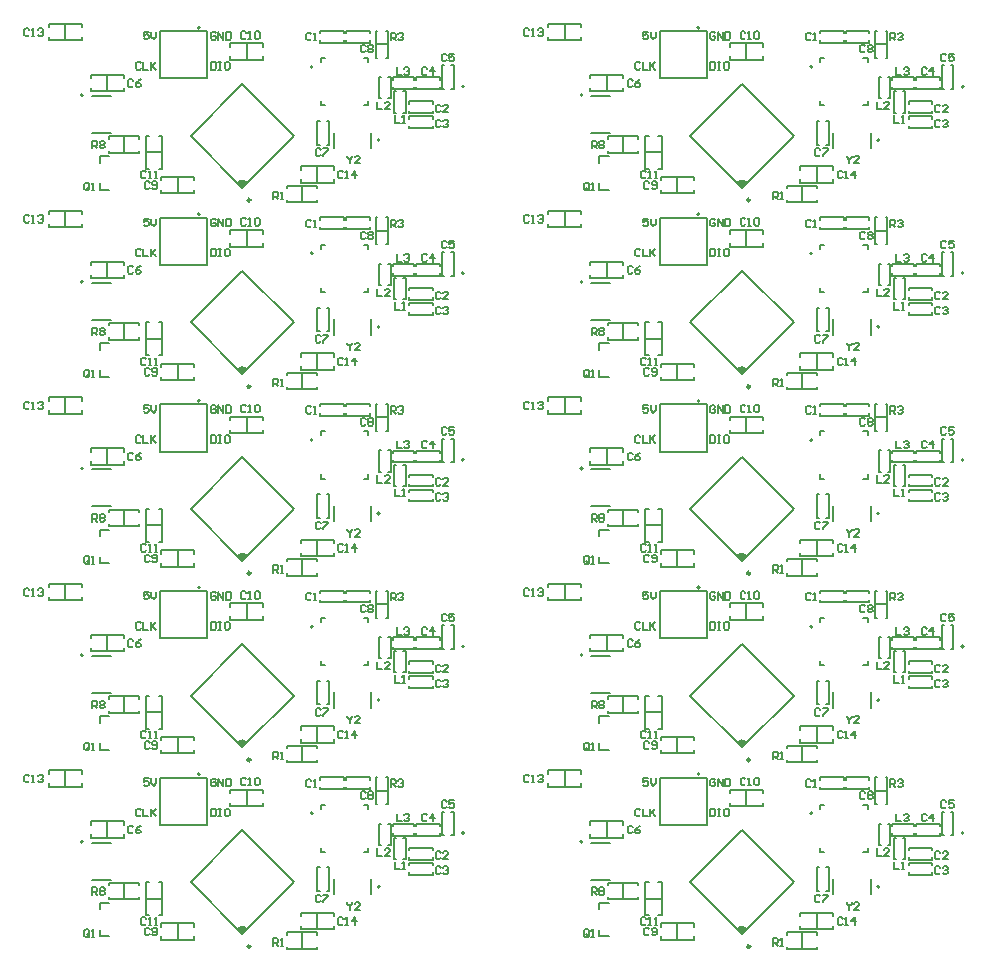
<source format=gto>
G04*
G04 #@! TF.GenerationSoftware,Altium Limited,Altium Designer,22.10.1 (41)*
G04*
G04 Layer_Color=65535*
%FSTAX24Y24*%
%MOIN*%
G70*
G04*
G04 #@! TF.SameCoordinates,8E8F082C-EA0B-43D0-983D-46ADB54C0823*
G04*
G04*
G04 #@! TF.FilePolarity,Positive*
G04*
G01*
G75*
%ADD40C,0.0080*%
%ADD55C,0.0079*%
%ADD56C,0.0098*%
%ADD57C,0.0059*%
%ADD58C,0.0050*%
%ADD59C,0.0060*%
G36*
X042343Y040064D02*
X042176Y039897D01*
X042009Y040064D01*
X042093Y040148D01*
X04226D01*
X042343Y040064D01*
D02*
G37*
G36*
X02569D02*
X025523Y039897D01*
X025356Y040064D01*
X025439Y040148D01*
X025606D01*
X02569Y040064D01*
D02*
G37*
G36*
X042343Y033844D02*
X042176Y033677D01*
X042009Y033844D01*
X042093Y033927D01*
X04226D01*
X042343Y033844D01*
D02*
G37*
G36*
X02569D02*
X025523Y033677D01*
X025356Y033844D01*
X025439Y033927D01*
X025606D01*
X02569Y033844D01*
D02*
G37*
G36*
X042343Y027623D02*
X042176Y027456D01*
X042009Y027623D01*
X042093Y027707D01*
X04226D01*
X042343Y027623D01*
D02*
G37*
G36*
X02569D02*
X025523Y027456D01*
X025356Y027623D01*
X025439Y027707D01*
X025606D01*
X02569Y027623D01*
D02*
G37*
G36*
X042343Y021403D02*
X042176Y021236D01*
X042009Y021403D01*
X042093Y021486D01*
X04226D01*
X042343Y021403D01*
D02*
G37*
G36*
X02569D02*
X025523Y021236D01*
X025356Y021403D01*
X025439Y021486D01*
X025606D01*
X02569Y021403D01*
D02*
G37*
G36*
X042343Y015182D02*
X042176Y015015D01*
X042009Y015182D01*
X042093Y015266D01*
X04226D01*
X042343Y015182D01*
D02*
G37*
G36*
X02569D02*
X025523Y015015D01*
X025356Y015182D01*
X025439Y015266D01*
X025606D01*
X02569Y015182D01*
D02*
G37*
D40*
X020763Y014931D02*
X021083D01*
X020763D02*
Y015151D01*
Y016051D02*
X021083D01*
X020763Y015831D02*
Y016051D01*
X037416Y014931D02*
X037736D01*
X037416D02*
Y015151D01*
Y016051D02*
X037736D01*
X037416Y015831D02*
Y016051D01*
X020763Y021152D02*
X021083D01*
X020763D02*
Y021372D01*
Y022272D02*
X021083D01*
X020763Y022052D02*
Y022272D01*
X037416Y021152D02*
X037736D01*
X037416D02*
Y021372D01*
Y022272D02*
X037736D01*
X037416Y022052D02*
Y022272D01*
X020763Y027372D02*
X021083D01*
X020763D02*
Y027592D01*
Y028492D02*
X021083D01*
X020763Y028272D02*
Y028492D01*
X037416Y027372D02*
X037736D01*
X037416D02*
Y027592D01*
Y028492D02*
X037736D01*
X037416Y028272D02*
Y028492D01*
X020763Y033593D02*
X021083D01*
X020763D02*
Y033813D01*
Y034713D02*
X021083D01*
X020763Y034493D02*
Y034713D01*
X037416Y033593D02*
X037736D01*
X037416D02*
Y033813D01*
Y034713D02*
X037736D01*
X037416Y034493D02*
Y034713D01*
X020763Y039813D02*
X021083D01*
X020763D02*
Y040033D01*
Y040933D02*
X021083D01*
X020763Y040713D02*
Y040933D01*
X037416Y039813D02*
X037736D01*
X037416D02*
Y040033D01*
Y040933D02*
X037736D01*
X037416Y040713D02*
Y040933D01*
D55*
X027874Y019036D02*
G03*
X027874Y019036I-000039J0D01*
G01*
X02569Y015182D02*
G03*
X025356Y015182I-000167J-000167D01*
G01*
X030104Y016591D02*
G03*
X030104Y016591I-000039J0D01*
G01*
X020212Y018091D02*
G03*
X020212Y018091I-000039J0D01*
G01*
X032917Y018378D02*
G03*
X032917Y018378I-000039J0D01*
G01*
X024112Y020341D02*
G03*
X024112Y020341I-000039J0D01*
G01*
X025523Y015015D02*
X027249Y016741D01*
X023797D02*
X025523Y018467D01*
X023797Y016741D02*
X025523Y015015D01*
Y018467D02*
X027249Y016741D01*
X044528Y019036D02*
G03*
X044528Y019036I-000039J0D01*
G01*
X042343Y015182D02*
G03*
X042009Y015182I-000167J-000167D01*
G01*
X046758Y016591D02*
G03*
X046758Y016591I-000039J0D01*
G01*
X036866Y018091D02*
G03*
X036866Y018091I-000039J0D01*
G01*
X049571Y018378D02*
G03*
X049571Y018378I-000039J0D01*
G01*
X040766Y020341D02*
G03*
X040766Y020341I-000039J0D01*
G01*
X042176Y015015D02*
X043902Y016741D01*
X04045D02*
X042176Y018467D01*
X04045Y016741D02*
X042176Y015015D01*
Y018467D02*
X043902Y016741D01*
X027874Y025257D02*
G03*
X027874Y025257I-000039J0D01*
G01*
X02569Y021403D02*
G03*
X025356Y021403I-000167J-000167D01*
G01*
X030104Y022812D02*
G03*
X030104Y022812I-000039J0D01*
G01*
X020212Y024312D02*
G03*
X020212Y024312I-000039J0D01*
G01*
X032917Y024599D02*
G03*
X032917Y024599I-000039J0D01*
G01*
X024112Y026562D02*
G03*
X024112Y026562I-000039J0D01*
G01*
X025523Y021236D02*
X027249Y022962D01*
X023797D02*
X025523Y024688D01*
X023797Y022962D02*
X025523Y021236D01*
Y024688D02*
X027249Y022962D01*
X044528Y025257D02*
G03*
X044528Y025257I-000039J0D01*
G01*
X042343Y021403D02*
G03*
X042009Y021403I-000167J-000167D01*
G01*
X046758Y022812D02*
G03*
X046758Y022812I-000039J0D01*
G01*
X036866Y024312D02*
G03*
X036866Y024312I-000039J0D01*
G01*
X049571Y024599D02*
G03*
X049571Y024599I-000039J0D01*
G01*
X040766Y026562D02*
G03*
X040766Y026562I-000039J0D01*
G01*
X042176Y021236D02*
X043902Y022962D01*
X04045D02*
X042176Y024688D01*
X04045Y022962D02*
X042176Y021236D01*
Y024688D02*
X043902Y022962D01*
X027874Y031477D02*
G03*
X027874Y031477I-000039J0D01*
G01*
X02569Y027623D02*
G03*
X025356Y027623I-000167J-000167D01*
G01*
X030104Y029032D02*
G03*
X030104Y029032I-000039J0D01*
G01*
X020212Y030532D02*
G03*
X020212Y030532I-000039J0D01*
G01*
X032917Y030819D02*
G03*
X032917Y030819I-000039J0D01*
G01*
X024112Y032782D02*
G03*
X024112Y032782I-000039J0D01*
G01*
X025523Y027456D02*
X027249Y029182D01*
X023797D02*
X025523Y030908D01*
X023797Y029182D02*
X025523Y027456D01*
Y030908D02*
X027249Y029182D01*
X044528Y031477D02*
G03*
X044528Y031477I-000039J0D01*
G01*
X042343Y027623D02*
G03*
X042009Y027623I-000167J-000167D01*
G01*
X046758Y029032D02*
G03*
X046758Y029032I-000039J0D01*
G01*
X036866Y030532D02*
G03*
X036866Y030532I-000039J0D01*
G01*
X049571Y030819D02*
G03*
X049571Y030819I-000039J0D01*
G01*
X040766Y032782D02*
G03*
X040766Y032782I-000039J0D01*
G01*
X042176Y027456D02*
X043902Y029182D01*
X04045D02*
X042176Y030908D01*
X04045Y029182D02*
X042176Y027456D01*
Y030908D02*
X043902Y029182D01*
X027874Y037698D02*
G03*
X027874Y037698I-000039J0D01*
G01*
X02569Y033844D02*
G03*
X025356Y033844I-000167J-000167D01*
G01*
X030104Y035253D02*
G03*
X030104Y035253I-000039J0D01*
G01*
X020212Y036753D02*
G03*
X020212Y036753I-000039J0D01*
G01*
X032917Y03704D02*
G03*
X032917Y03704I-000039J0D01*
G01*
X024112Y039003D02*
G03*
X024112Y039003I-000039J0D01*
G01*
X025523Y033677D02*
X027249Y035403D01*
X023797D02*
X025523Y037129D01*
X023797Y035403D02*
X025523Y033677D01*
Y037129D02*
X027249Y035403D01*
X044528Y037698D02*
G03*
X044528Y037698I-000039J0D01*
G01*
X042343Y033844D02*
G03*
X042009Y033844I-000167J-000167D01*
G01*
X046758Y035253D02*
G03*
X046758Y035253I-000039J0D01*
G01*
X036866Y036753D02*
G03*
X036866Y036753I-000039J0D01*
G01*
X049571Y03704D02*
G03*
X049571Y03704I-000039J0D01*
G01*
X040766Y039003D02*
G03*
X040766Y039003I-000039J0D01*
G01*
X042176Y033677D02*
X043902Y035403D01*
X04045D02*
X042176Y037129D01*
X04045Y035403D02*
X042176Y033677D01*
Y037129D02*
X043902Y035403D01*
X027874Y043918D02*
G03*
X027874Y043918I-000039J0D01*
G01*
X02569Y040064D02*
G03*
X025356Y040064I-000167J-000167D01*
G01*
X030104Y041473D02*
G03*
X030104Y041473I-000039J0D01*
G01*
X020212Y042973D02*
G03*
X020212Y042973I-000039J0D01*
G01*
X032917Y04326D02*
G03*
X032917Y04326I-000039J0D01*
G01*
X024112Y045223D02*
G03*
X024112Y045223I-000039J0D01*
G01*
X025523Y039897D02*
X027249Y041623D01*
X023797D02*
X025523Y043349D01*
X023797Y041623D02*
X025523Y039897D01*
Y043349D02*
X027249Y041623D01*
X044528Y043918D02*
G03*
X044528Y043918I-000039J0D01*
G01*
X042343Y040064D02*
G03*
X042009Y040064I-000167J-000167D01*
G01*
X046758Y041473D02*
G03*
X046758Y041473I-000039J0D01*
G01*
X036866Y042973D02*
G03*
X036866Y042973I-000039J0D01*
G01*
X049571Y04326D02*
G03*
X049571Y04326I-000039J0D01*
G01*
X040766Y045223D02*
G03*
X040766Y045223I-000039J0D01*
G01*
X042176Y039897D02*
X043902Y041623D01*
X04045D02*
X042176Y043349D01*
X04045Y041623D02*
X042176Y039897D01*
Y043349D02*
X043902Y041623D01*
D56*
X025795Y014598D02*
G03*
X025795Y014598I-000049J0D01*
G01*
X042448D02*
G03*
X042448Y014598I-000049J0D01*
G01*
X025795Y020818D02*
G03*
X025795Y020818I-000049J0D01*
G01*
X042448D02*
G03*
X042448Y020818I-000049J0D01*
G01*
X025795Y027039D02*
G03*
X025795Y027039I-000049J0D01*
G01*
X042448D02*
G03*
X042448Y027039I-000049J0D01*
G01*
X025795Y033259D02*
G03*
X025795Y033259I-000049J0D01*
G01*
X042448D02*
G03*
X042448Y033259I-000049J0D01*
G01*
X025795Y03948D02*
G03*
X025795Y03948I-000049J0D01*
G01*
X042448D02*
G03*
X042448Y03948I-000049J0D01*
G01*
D57*
X032176Y018298D02*
X032255D01*
X032176D02*
Y019085D01*
X032255D01*
X032491D02*
X03257D01*
Y018298D02*
Y019085D01*
X032491Y018298D02*
X03257D01*
X028026Y016448D02*
X028105D01*
X028026D02*
Y017235D01*
X028105D01*
X028341D02*
X02842D01*
Y016448D02*
Y017235D01*
X028341Y016448D02*
X02842D01*
X032117Y018294D02*
Y018373D01*
X031329Y018294D02*
X032117D01*
X031329D02*
Y018373D01*
Y018609D02*
Y018688D01*
X032117D01*
Y018609D02*
Y018688D01*
X030542Y018294D02*
Y018373D01*
Y018294D02*
X03125D01*
Y018373D01*
Y018609D02*
Y018688D01*
X030542D02*
X03125D01*
X030542Y018609D02*
Y018688D01*
X031867Y017494D02*
Y017573D01*
X031079Y017494D02*
X031867D01*
X031079D02*
Y017573D01*
Y017809D02*
Y017888D01*
X031867D01*
Y017809D02*
Y017888D01*
Y017073D02*
X031867Y016994D01*
X031079D02*
X031867D01*
X031079D02*
Y017073D01*
Y017309D02*
Y017388D01*
X031867D01*
X031867Y017309D02*
X031867Y017388D01*
X030391Y017987D02*
X03047D01*
Y018696D01*
X030391Y018696D02*
X03047Y018696D01*
X030076D02*
X030155Y018696D01*
X030076Y017987D02*
Y018696D01*
Y017987D02*
X030155D01*
X030891Y017514D02*
X03097D01*
Y018222D01*
X030891D02*
X03097D01*
X030576D02*
X030655D01*
X030576Y017514D02*
Y018222D01*
Y017514D02*
X030655D01*
X029973Y019791D02*
X030373D01*
X030323Y020241D02*
X030373D01*
Y019341D02*
Y020241D01*
X030323Y019341D02*
X030373D01*
X029973D02*
X030023D01*
X029973D02*
Y020241D01*
X030023D01*
X029767Y019844D02*
Y019923D01*
X028979Y019844D02*
X029767D01*
X028979D02*
Y019923D01*
Y020159D02*
Y020238D01*
X029767D01*
Y020159D02*
Y020238D01*
X028129Y020159D02*
Y020238D01*
X028917D01*
Y020159D02*
Y020238D01*
Y019844D02*
Y019923D01*
X028129Y019844D02*
X028917D01*
X028129D02*
Y019923D01*
X023924Y015249D02*
Y015367D01*
X022822D02*
X023924D01*
X022822Y015249D02*
Y015367D01*
Y014816D02*
Y014934D01*
Y014816D02*
X023924D01*
Y014934D01*
X023373Y014816D02*
Y015367D01*
X025673Y019266D02*
Y019817D01*
X025122Y019699D02*
Y019817D01*
X026224D01*
Y019699D02*
Y019817D01*
Y019266D02*
Y019384D01*
X025122Y019266D02*
X026224D01*
X025122D02*
Y019384D01*
X022297Y016191D02*
X022848D01*
X02273Y016743D02*
X022848D01*
Y01564D02*
Y016743D01*
X02273Y01564D02*
X022848D01*
X022297D02*
X022415D01*
X022297D02*
Y016743D01*
X022415D01*
X020174Y020349D02*
Y020467D01*
X019072D02*
X020174D01*
X019072Y020349D02*
Y020467D01*
Y019916D02*
Y020034D01*
Y019916D02*
X020174D01*
Y020034D01*
X019623Y019916D02*
Y020467D01*
X022067Y016641D02*
Y016717D01*
X021067D02*
X022067D01*
X021067Y016641D02*
Y016717D01*
Y016166D02*
Y016241D01*
Y016166D02*
X022067D01*
Y016241D01*
X021567Y016166D02*
Y016717D01*
X021023Y018216D02*
Y018767D01*
X020472Y018649D02*
Y018767D01*
X021574D01*
Y018649D02*
Y018767D01*
Y018216D02*
Y018334D01*
X020472Y018216D02*
X021574D01*
X020472D02*
Y018334D01*
X027023Y014516D02*
Y014591D01*
Y014516D02*
X028023D01*
Y014591D01*
Y014991D02*
Y015067D01*
X027023D02*
X028023D01*
X027023Y014991D02*
Y015067D01*
X027523Y014516D02*
Y015067D01*
X028023Y015166D02*
Y015717D01*
X027472Y015599D02*
Y015717D01*
X028574D01*
Y015599D02*
Y015717D01*
Y015166D02*
Y015284D01*
X027472Y015166D02*
X028574D01*
X027472D02*
Y015284D01*
X04883Y018298D02*
X048908D01*
X04883D02*
Y019085D01*
X048908D01*
X049145D02*
X049223D01*
Y018298D02*
Y019085D01*
X049145Y018298D02*
X049223D01*
X04468Y016448D02*
X044758D01*
X04468D02*
Y017235D01*
X044758D01*
X044995D02*
X045073D01*
Y016448D02*
Y017235D01*
X044995Y016448D02*
X045073D01*
X04877Y018294D02*
Y018373D01*
X047983Y018294D02*
X04877D01*
X047983D02*
Y018373D01*
Y018609D02*
Y018688D01*
X04877D01*
Y018609D02*
Y018688D01*
X047195Y018294D02*
Y018373D01*
Y018294D02*
X047904D01*
Y018373D01*
Y018609D02*
Y018688D01*
X047195D02*
X047904D01*
X047195Y018609D02*
Y018688D01*
X04852Y017494D02*
Y017573D01*
X047733Y017494D02*
X04852D01*
X047733D02*
Y017573D01*
Y017809D02*
Y017888D01*
X04852D01*
Y017809D02*
Y017888D01*
Y017073D02*
X04852Y016994D01*
X047733D02*
X04852D01*
X047733D02*
Y017073D01*
Y017309D02*
Y017388D01*
X04852D01*
X04852Y017309D02*
X04852Y017388D01*
X047045Y017987D02*
X047123D01*
Y018696D01*
X047045Y018696D02*
X047123Y018696D01*
X04673D02*
X046808Y018696D01*
X04673Y017987D02*
Y018696D01*
Y017987D02*
X046808D01*
X047545Y017514D02*
X047623D01*
Y018222D01*
X047545D02*
X047623D01*
X04723D02*
X047308D01*
X04723Y017514D02*
Y018222D01*
Y017514D02*
X047308D01*
X046626Y019791D02*
X047026D01*
X046976Y020241D02*
X047026D01*
Y019341D02*
Y020241D01*
X046976Y019341D02*
X047026D01*
X046626D02*
X046676D01*
X046626D02*
Y020241D01*
X046676D01*
X04642Y019844D02*
Y019923D01*
X045633Y019844D02*
X04642D01*
X045633D02*
Y019923D01*
Y020159D02*
Y020238D01*
X04642D01*
Y020159D02*
Y020238D01*
X044783Y020159D02*
Y020238D01*
X04557D01*
Y020159D02*
Y020238D01*
Y019844D02*
Y019923D01*
X044783Y019844D02*
X04557D01*
X044783D02*
Y019923D01*
X040578Y015249D02*
Y015367D01*
X039475D02*
X040578D01*
X039475Y015249D02*
Y015367D01*
Y014816D02*
Y014934D01*
Y014816D02*
X040578D01*
Y014934D01*
X040026Y014816D02*
Y015367D01*
X042326Y019266D02*
Y019817D01*
X041775Y019699D02*
Y019817D01*
X042878D01*
Y019699D02*
Y019817D01*
Y019266D02*
Y019384D01*
X041775Y019266D02*
X042878D01*
X041775D02*
Y019384D01*
X038951Y016191D02*
X039502D01*
X039384Y016743D02*
X039502D01*
Y01564D02*
Y016743D01*
X039384Y01564D02*
X039502D01*
X038951D02*
X039069D01*
X038951D02*
Y016743D01*
X039069D01*
X036828Y020349D02*
Y020467D01*
X035725D02*
X036828D01*
X035725Y020349D02*
Y020467D01*
Y019916D02*
Y020034D01*
Y019916D02*
X036828D01*
Y020034D01*
X036276Y019916D02*
Y020467D01*
X038721Y016641D02*
Y016717D01*
X037721D02*
X038721D01*
X037721Y016641D02*
Y016717D01*
Y016166D02*
Y016241D01*
Y016166D02*
X038721D01*
Y016241D01*
X038221Y016166D02*
Y016717D01*
X037676Y018216D02*
Y018767D01*
X037125Y018649D02*
Y018767D01*
X038228D01*
Y018649D02*
Y018767D01*
Y018216D02*
Y018334D01*
X037125Y018216D02*
X038228D01*
X037125D02*
Y018334D01*
X043676Y014516D02*
Y014591D01*
Y014516D02*
X044676D01*
Y014591D01*
Y014991D02*
Y015067D01*
X043676D02*
X044676D01*
X043676Y014991D02*
Y015067D01*
X044176Y014516D02*
Y015067D01*
X044676Y015166D02*
Y015717D01*
X044125Y015599D02*
Y015717D01*
X045228D01*
Y015599D02*
Y015717D01*
Y015166D02*
Y015284D01*
X044125Y015166D02*
X045228D01*
X044125D02*
Y015284D01*
X032176Y024518D02*
X032255D01*
X032176D02*
Y025306D01*
X032255D01*
X032491D02*
X03257D01*
Y024518D02*
Y025306D01*
X032491Y024518D02*
X03257D01*
X028026Y022668D02*
X028105D01*
X028026D02*
Y023456D01*
X028105D01*
X028341D02*
X02842D01*
Y022668D02*
Y023456D01*
X028341Y022668D02*
X02842D01*
X032117Y024515D02*
Y024594D01*
X031329Y024515D02*
X032117D01*
X031329D02*
Y024594D01*
Y02483D02*
Y024909D01*
X032117D01*
Y02483D02*
Y024909D01*
X030542Y024515D02*
Y024594D01*
Y024515D02*
X03125D01*
Y024594D01*
Y02483D02*
Y024909D01*
X030542D02*
X03125D01*
X030542Y02483D02*
Y024909D01*
X031867Y023715D02*
Y023794D01*
X031079Y023715D02*
X031867D01*
X031079D02*
Y023794D01*
Y02403D02*
Y024109D01*
X031867D01*
Y02403D02*
Y024109D01*
Y023294D02*
X031867Y023215D01*
X031079D02*
X031867D01*
X031079D02*
Y023294D01*
Y02353D02*
Y023609D01*
X031867D01*
X031867Y02353D02*
X031867Y023609D01*
X030391Y024207D02*
X03047D01*
Y024916D01*
X030391Y024916D02*
X03047Y024916D01*
X030076D02*
X030155Y024916D01*
X030076Y024207D02*
Y024916D01*
Y024207D02*
X030155D01*
X030891Y023734D02*
X03097D01*
Y024443D01*
X030891D02*
X03097D01*
X030576D02*
X030655D01*
X030576Y023734D02*
Y024443D01*
Y023734D02*
X030655D01*
X029973Y026012D02*
X030373D01*
X030323Y026462D02*
X030373D01*
Y025562D02*
Y026462D01*
X030323Y025562D02*
X030373D01*
X029973D02*
X030023D01*
X029973D02*
Y026462D01*
X030023D01*
X029767Y026065D02*
Y026144D01*
X028979Y026065D02*
X029767D01*
X028979D02*
Y026144D01*
Y02638D02*
Y026459D01*
X029767D01*
Y02638D02*
Y026459D01*
X028129Y02638D02*
Y026459D01*
X028917D01*
Y02638D02*
Y026459D01*
Y026065D02*
Y026144D01*
X028129Y026065D02*
X028917D01*
X028129D02*
Y026144D01*
X023924Y021469D02*
Y021587D01*
X022822D02*
X023924D01*
X022822Y021469D02*
Y021587D01*
Y021036D02*
Y021154D01*
Y021036D02*
X023924D01*
Y021154D01*
X023373Y021036D02*
Y021587D01*
X025673Y025486D02*
Y026037D01*
X025122Y025919D02*
Y026037D01*
X026224D01*
Y025919D02*
Y026037D01*
Y025486D02*
Y025604D01*
X025122Y025486D02*
X026224D01*
X025122D02*
Y025604D01*
X022297Y022412D02*
X022848D01*
X02273Y022963D02*
X022848D01*
Y021861D02*
Y022963D01*
X02273Y021861D02*
X022848D01*
X022297D02*
X022415D01*
X022297D02*
Y022963D01*
X022415D01*
X020174Y026569D02*
Y026687D01*
X019072D02*
X020174D01*
X019072Y026569D02*
Y026687D01*
Y026136D02*
Y026254D01*
Y026136D02*
X020174D01*
Y026254D01*
X019623Y026136D02*
Y026687D01*
X022067Y022862D02*
Y022937D01*
X021067D02*
X022067D01*
X021067Y022862D02*
Y022937D01*
Y022386D02*
Y022462D01*
Y022386D02*
X022067D01*
Y022462D01*
X021567Y022386D02*
Y022937D01*
X021023Y024436D02*
Y024987D01*
X020472Y024869D02*
Y024987D01*
X021574D01*
Y024869D02*
Y024987D01*
Y024436D02*
Y024554D01*
X020472Y024436D02*
X021574D01*
X020472D02*
Y024554D01*
X027023Y020736D02*
Y020812D01*
Y020736D02*
X028023D01*
Y020812D01*
Y021212D02*
Y021287D01*
X027023D02*
X028023D01*
X027023Y021212D02*
Y021287D01*
X027523Y020736D02*
Y021287D01*
X028023Y021386D02*
Y021937D01*
X027472Y021819D02*
Y021937D01*
X028574D01*
Y021819D02*
Y021937D01*
Y021386D02*
Y021504D01*
X027472Y021386D02*
X028574D01*
X027472D02*
Y021504D01*
X04883Y024518D02*
X048908D01*
X04883D02*
Y025306D01*
X048908D01*
X049145D02*
X049223D01*
Y024518D02*
Y025306D01*
X049145Y024518D02*
X049223D01*
X04468Y022668D02*
X044758D01*
X04468D02*
Y023456D01*
X044758D01*
X044995D02*
X045073D01*
Y022668D02*
Y023456D01*
X044995Y022668D02*
X045073D01*
X04877Y024515D02*
Y024594D01*
X047983Y024515D02*
X04877D01*
X047983D02*
Y024594D01*
Y02483D02*
Y024909D01*
X04877D01*
Y02483D02*
Y024909D01*
X047195Y024515D02*
Y024594D01*
Y024515D02*
X047904D01*
Y024594D01*
Y02483D02*
Y024909D01*
X047195D02*
X047904D01*
X047195Y02483D02*
Y024909D01*
X04852Y023715D02*
Y023794D01*
X047733Y023715D02*
X04852D01*
X047733D02*
Y023794D01*
Y02403D02*
Y024109D01*
X04852D01*
Y02403D02*
Y024109D01*
Y023294D02*
X04852Y023215D01*
X047733D02*
X04852D01*
X047733D02*
Y023294D01*
Y02353D02*
Y023609D01*
X04852D01*
X04852Y02353D02*
X04852Y023609D01*
X047045Y024207D02*
X047123D01*
Y024916D01*
X047045Y024916D02*
X047123Y024916D01*
X04673D02*
X046808Y024916D01*
X04673Y024207D02*
Y024916D01*
Y024207D02*
X046808D01*
X047545Y023734D02*
X047623D01*
Y024443D01*
X047545D02*
X047623D01*
X04723D02*
X047308D01*
X04723Y023734D02*
Y024443D01*
Y023734D02*
X047308D01*
X046626Y026012D02*
X047026D01*
X046976Y026462D02*
X047026D01*
Y025562D02*
Y026462D01*
X046976Y025562D02*
X047026D01*
X046626D02*
X046676D01*
X046626D02*
Y026462D01*
X046676D01*
X04642Y026065D02*
Y026144D01*
X045633Y026065D02*
X04642D01*
X045633D02*
Y026144D01*
Y02638D02*
Y026459D01*
X04642D01*
Y02638D02*
Y026459D01*
X044783Y02638D02*
Y026459D01*
X04557D01*
Y02638D02*
Y026459D01*
Y026065D02*
Y026144D01*
X044783Y026065D02*
X04557D01*
X044783D02*
Y026144D01*
X040578Y021469D02*
Y021587D01*
X039475D02*
X040578D01*
X039475Y021469D02*
Y021587D01*
Y021036D02*
Y021154D01*
Y021036D02*
X040578D01*
Y021154D01*
X040026Y021036D02*
Y021587D01*
X042326Y025486D02*
Y026037D01*
X041775Y025919D02*
Y026037D01*
X042878D01*
Y025919D02*
Y026037D01*
Y025486D02*
Y025604D01*
X041775Y025486D02*
X042878D01*
X041775D02*
Y025604D01*
X038951Y022412D02*
X039502D01*
X039384Y022963D02*
X039502D01*
Y021861D02*
Y022963D01*
X039384Y021861D02*
X039502D01*
X038951D02*
X039069D01*
X038951D02*
Y022963D01*
X039069D01*
X036828Y026569D02*
Y026687D01*
X035725D02*
X036828D01*
X035725Y026569D02*
Y026687D01*
Y026136D02*
Y026254D01*
Y026136D02*
X036828D01*
Y026254D01*
X036276Y026136D02*
Y026687D01*
X038721Y022862D02*
Y022937D01*
X037721D02*
X038721D01*
X037721Y022862D02*
Y022937D01*
Y022386D02*
Y022462D01*
Y022386D02*
X038721D01*
Y022462D01*
X038221Y022386D02*
Y022937D01*
X037676Y024436D02*
Y024987D01*
X037125Y024869D02*
Y024987D01*
X038228D01*
Y024869D02*
Y024987D01*
Y024436D02*
Y024554D01*
X037125Y024436D02*
X038228D01*
X037125D02*
Y024554D01*
X043676Y020736D02*
Y020812D01*
Y020736D02*
X044676D01*
Y020812D01*
Y021212D02*
Y021287D01*
X043676D02*
X044676D01*
X043676Y021212D02*
Y021287D01*
X044176Y020736D02*
Y021287D01*
X044676Y021386D02*
Y021937D01*
X044125Y021819D02*
Y021937D01*
X045228D01*
Y021819D02*
Y021937D01*
Y021386D02*
Y021504D01*
X044125Y021386D02*
X045228D01*
X044125D02*
Y021504D01*
X032176Y030739D02*
X032255D01*
X032176D02*
Y031526D01*
X032255D01*
X032491D02*
X03257D01*
Y030739D02*
Y031526D01*
X032491Y030739D02*
X03257D01*
X028026Y028889D02*
X028105D01*
X028026D02*
Y029676D01*
X028105D01*
X028341D02*
X02842D01*
Y028889D02*
Y029676D01*
X028341Y028889D02*
X02842D01*
X032117Y030735D02*
Y030814D01*
X031329Y030735D02*
X032117D01*
X031329D02*
Y030814D01*
Y03105D02*
Y031129D01*
X032117D01*
Y03105D02*
Y031129D01*
X030542Y030735D02*
Y030814D01*
Y030735D02*
X03125D01*
Y030814D01*
Y03105D02*
Y031129D01*
X030542D02*
X03125D01*
X030542Y03105D02*
Y031129D01*
X031867Y029935D02*
Y030014D01*
X031079Y029935D02*
X031867D01*
X031079D02*
Y030014D01*
Y03025D02*
Y030329D01*
X031867D01*
Y03025D02*
Y030329D01*
Y029514D02*
X031867Y029435D01*
X031079D02*
X031867D01*
X031079D02*
Y029514D01*
Y02975D02*
Y029829D01*
X031867D01*
X031867Y02975D02*
X031867Y029829D01*
X030391Y030428D02*
X03047D01*
Y031137D01*
X030391Y031137D02*
X03047Y031137D01*
X030076D02*
X030155Y031137D01*
X030076Y030428D02*
Y031137D01*
Y030428D02*
X030155D01*
X030891Y029955D02*
X03097D01*
Y030663D01*
X030891D02*
X03097D01*
X030576D02*
X030655D01*
X030576Y029955D02*
Y030663D01*
Y029955D02*
X030655D01*
X029973Y032232D02*
X030373D01*
X030323Y032682D02*
X030373D01*
Y031782D02*
Y032682D01*
X030323Y031782D02*
X030373D01*
X029973D02*
X030023D01*
X029973D02*
Y032682D01*
X030023D01*
X029767Y032285D02*
Y032364D01*
X028979Y032285D02*
X029767D01*
X028979D02*
Y032364D01*
Y0326D02*
Y032679D01*
X029767D01*
Y0326D02*
Y032679D01*
X028129Y0326D02*
Y032679D01*
X028917D01*
Y0326D02*
Y032679D01*
Y032285D02*
Y032364D01*
X028129Y032285D02*
X028917D01*
X028129D02*
Y032364D01*
X023924Y02769D02*
Y027808D01*
X022822D02*
X023924D01*
X022822Y02769D02*
Y027808D01*
Y027257D02*
Y027375D01*
Y027257D02*
X023924D01*
Y027375D01*
X023373Y027257D02*
Y027808D01*
X025673Y031707D02*
Y032258D01*
X025122Y03214D02*
Y032258D01*
X026224D01*
Y03214D02*
Y032258D01*
Y031707D02*
Y031825D01*
X025122Y031707D02*
X026224D01*
X025122D02*
Y031825D01*
X022297Y028632D02*
X022848D01*
X02273Y029183D02*
X022848D01*
Y028081D02*
Y029183D01*
X02273Y028081D02*
X022848D01*
X022297D02*
X022415D01*
X022297D02*
Y029183D01*
X022415D01*
X020174Y03279D02*
Y032908D01*
X019072D02*
X020174D01*
X019072Y03279D02*
Y032908D01*
Y032357D02*
Y032475D01*
Y032357D02*
X020174D01*
Y032475D01*
X019623Y032357D02*
Y032908D01*
X022067Y029082D02*
Y029158D01*
X021067D02*
X022067D01*
X021067Y029082D02*
Y029158D01*
Y028607D02*
Y028682D01*
Y028607D02*
X022067D01*
Y028682D01*
X021567Y028607D02*
Y029158D01*
X021023Y030657D02*
Y031208D01*
X020472Y03109D02*
Y031208D01*
X021574D01*
Y03109D02*
Y031208D01*
Y030657D02*
Y030775D01*
X020472Y030657D02*
X021574D01*
X020472D02*
Y030775D01*
X027023Y026957D02*
Y027032D01*
Y026957D02*
X028023D01*
Y027032D01*
Y027432D02*
Y027508D01*
X027023D02*
X028023D01*
X027023Y027432D02*
Y027508D01*
X027523Y026957D02*
Y027508D01*
X028023Y027607D02*
Y028158D01*
X027472Y02804D02*
Y028158D01*
X028574D01*
Y02804D02*
Y028158D01*
Y027607D02*
Y027725D01*
X027472Y027607D02*
X028574D01*
X027472D02*
Y027725D01*
X04883Y030739D02*
X048908D01*
X04883D02*
Y031526D01*
X048908D01*
X049145D02*
X049223D01*
Y030739D02*
Y031526D01*
X049145Y030739D02*
X049223D01*
X04468Y028889D02*
X044758D01*
X04468D02*
Y029676D01*
X044758D01*
X044995D02*
X045073D01*
Y028889D02*
Y029676D01*
X044995Y028889D02*
X045073D01*
X04877Y030735D02*
Y030814D01*
X047983Y030735D02*
X04877D01*
X047983D02*
Y030814D01*
Y03105D02*
Y031129D01*
X04877D01*
Y03105D02*
Y031129D01*
X047195Y030735D02*
Y030814D01*
Y030735D02*
X047904D01*
Y030814D01*
Y03105D02*
Y031129D01*
X047195D02*
X047904D01*
X047195Y03105D02*
Y031129D01*
X04852Y029935D02*
Y030014D01*
X047733Y029935D02*
X04852D01*
X047733D02*
Y030014D01*
Y03025D02*
Y030329D01*
X04852D01*
Y03025D02*
Y030329D01*
Y029514D02*
X04852Y029435D01*
X047733D02*
X04852D01*
X047733D02*
Y029514D01*
Y02975D02*
Y029829D01*
X04852D01*
X04852Y02975D02*
X04852Y029829D01*
X047045Y030428D02*
X047123D01*
Y031137D01*
X047045Y031137D02*
X047123Y031137D01*
X04673D02*
X046808Y031137D01*
X04673Y030428D02*
Y031137D01*
Y030428D02*
X046808D01*
X047545Y029955D02*
X047623D01*
Y030663D01*
X047545D02*
X047623D01*
X04723D02*
X047308D01*
X04723Y029955D02*
Y030663D01*
Y029955D02*
X047308D01*
X046626Y032232D02*
X047026D01*
X046976Y032682D02*
X047026D01*
Y031782D02*
Y032682D01*
X046976Y031782D02*
X047026D01*
X046626D02*
X046676D01*
X046626D02*
Y032682D01*
X046676D01*
X04642Y032285D02*
Y032364D01*
X045633Y032285D02*
X04642D01*
X045633D02*
Y032364D01*
Y0326D02*
Y032679D01*
X04642D01*
Y0326D02*
Y032679D01*
X044783Y0326D02*
Y032679D01*
X04557D01*
Y0326D02*
Y032679D01*
Y032285D02*
Y032364D01*
X044783Y032285D02*
X04557D01*
X044783D02*
Y032364D01*
X040578Y02769D02*
Y027808D01*
X039475D02*
X040578D01*
X039475Y02769D02*
Y027808D01*
Y027257D02*
Y027375D01*
Y027257D02*
X040578D01*
Y027375D01*
X040026Y027257D02*
Y027808D01*
X042326Y031707D02*
Y032258D01*
X041775Y03214D02*
Y032258D01*
X042878D01*
Y03214D02*
Y032258D01*
Y031707D02*
Y031825D01*
X041775Y031707D02*
X042878D01*
X041775D02*
Y031825D01*
X038951Y028632D02*
X039502D01*
X039384Y029183D02*
X039502D01*
Y028081D02*
Y029183D01*
X039384Y028081D02*
X039502D01*
X038951D02*
X039069D01*
X038951D02*
Y029183D01*
X039069D01*
X036828Y03279D02*
Y032908D01*
X035725D02*
X036828D01*
X035725Y03279D02*
Y032908D01*
Y032357D02*
Y032475D01*
Y032357D02*
X036828D01*
Y032475D01*
X036276Y032357D02*
Y032908D01*
X038721Y029082D02*
Y029158D01*
X037721D02*
X038721D01*
X037721Y029082D02*
Y029158D01*
Y028607D02*
Y028682D01*
Y028607D02*
X038721D01*
Y028682D01*
X038221Y028607D02*
Y029158D01*
X037676Y030657D02*
Y031208D01*
X037125Y03109D02*
Y031208D01*
X038228D01*
Y03109D02*
Y031208D01*
Y030657D02*
Y030775D01*
X037125Y030657D02*
X038228D01*
X037125D02*
Y030775D01*
X043676Y026957D02*
Y027032D01*
Y026957D02*
X044676D01*
Y027032D01*
Y027432D02*
Y027508D01*
X043676D02*
X044676D01*
X043676Y027432D02*
Y027508D01*
X044176Y026957D02*
Y027508D01*
X044676Y027607D02*
Y028158D01*
X044125Y02804D02*
Y028158D01*
X045228D01*
Y02804D02*
Y028158D01*
Y027607D02*
Y027725D01*
X044125Y027607D02*
X045228D01*
X044125D02*
Y027725D01*
X032176Y036959D02*
X032255D01*
X032176D02*
Y037746D01*
X032255D01*
X032491D02*
X03257D01*
Y036959D02*
Y037746D01*
X032491Y036959D02*
X03257D01*
X028026Y035109D02*
X028105D01*
X028026D02*
Y035896D01*
X028105D01*
X028341D02*
X02842D01*
Y035109D02*
Y035896D01*
X028341Y035109D02*
X02842D01*
X032117Y036956D02*
Y037035D01*
X031329Y036956D02*
X032117D01*
X031329D02*
Y037035D01*
Y037271D02*
Y03735D01*
X032117D01*
Y037271D02*
Y03735D01*
X030542Y036956D02*
Y037035D01*
Y036956D02*
X03125D01*
Y037035D01*
Y037271D02*
Y03735D01*
X030542D02*
X03125D01*
X030542Y037271D02*
Y03735D01*
X031867Y036156D02*
Y036235D01*
X031079Y036156D02*
X031867D01*
X031079D02*
Y036235D01*
Y036471D02*
Y03655D01*
X031867D01*
Y036471D02*
Y03655D01*
Y035735D02*
X031867Y035656D01*
X031079D02*
X031867D01*
X031079D02*
Y035735D01*
Y035971D02*
Y03605D01*
X031867D01*
X031867Y035971D02*
X031867Y03605D01*
X030391Y036648D02*
X03047D01*
Y037357D01*
X030391Y037357D02*
X03047Y037357D01*
X030076D02*
X030155Y037357D01*
X030076Y036648D02*
Y037357D01*
Y036648D02*
X030155D01*
X030891Y036175D02*
X03097D01*
Y036884D01*
X030891D02*
X03097D01*
X030576D02*
X030655D01*
X030576Y036175D02*
Y036884D01*
Y036175D02*
X030655D01*
X029973Y038453D02*
X030373D01*
X030323Y038903D02*
X030373D01*
Y038003D02*
Y038903D01*
X030323Y038003D02*
X030373D01*
X029973D02*
X030023D01*
X029973D02*
Y038903D01*
X030023D01*
X029767Y038506D02*
Y038585D01*
X028979Y038506D02*
X029767D01*
X028979D02*
Y038585D01*
Y038821D02*
Y0389D01*
X029767D01*
Y038821D02*
Y0389D01*
X028129Y038821D02*
Y0389D01*
X028917D01*
Y038821D02*
Y0389D01*
Y038506D02*
Y038585D01*
X028129Y038506D02*
X028917D01*
X028129D02*
Y038585D01*
X023924Y03391D02*
Y034028D01*
X022822D02*
X023924D01*
X022822Y03391D02*
Y034028D01*
Y033477D02*
Y033595D01*
Y033477D02*
X023924D01*
Y033595D01*
X023373Y033477D02*
Y034028D01*
X025673Y037927D02*
Y038478D01*
X025122Y03836D02*
Y038478D01*
X026224D01*
Y03836D02*
Y038478D01*
Y037927D02*
Y038045D01*
X025122Y037927D02*
X026224D01*
X025122D02*
Y038045D01*
X022297Y034853D02*
X022848D01*
X02273Y035404D02*
X022848D01*
Y034302D02*
Y035404D01*
X02273Y034302D02*
X022848D01*
X022297D02*
X022415D01*
X022297D02*
Y035404D01*
X022415D01*
X020174Y03901D02*
Y039128D01*
X019072D02*
X020174D01*
X019072Y03901D02*
Y039128D01*
Y038577D02*
Y038695D01*
Y038577D02*
X020174D01*
Y038695D01*
X019623Y038577D02*
Y039128D01*
X022067Y035303D02*
Y035378D01*
X021067D02*
X022067D01*
X021067Y035303D02*
Y035378D01*
Y034827D02*
Y034903D01*
Y034827D02*
X022067D01*
Y034903D01*
X021567Y034827D02*
Y035378D01*
X021023Y036877D02*
Y037428D01*
X020472Y03731D02*
Y037428D01*
X021574D01*
Y03731D02*
Y037428D01*
Y036877D02*
Y036995D01*
X020472Y036877D02*
X021574D01*
X020472D02*
Y036995D01*
X027023Y033177D02*
Y033253D01*
Y033177D02*
X028023D01*
Y033253D01*
Y033653D02*
Y033728D01*
X027023D02*
X028023D01*
X027023Y033653D02*
Y033728D01*
X027523Y033177D02*
Y033728D01*
X028023Y033827D02*
Y034378D01*
X027472Y03426D02*
Y034378D01*
X028574D01*
Y03426D02*
Y034378D01*
Y033827D02*
Y033945D01*
X027472Y033827D02*
X028574D01*
X027472D02*
Y033945D01*
X04883Y036959D02*
X048908D01*
X04883D02*
Y037746D01*
X048908D01*
X049145D02*
X049223D01*
Y036959D02*
Y037746D01*
X049145Y036959D02*
X049223D01*
X04468Y035109D02*
X044758D01*
X04468D02*
Y035896D01*
X044758D01*
X044995D02*
X045073D01*
Y035109D02*
Y035896D01*
X044995Y035109D02*
X045073D01*
X04877Y036956D02*
Y037035D01*
X047983Y036956D02*
X04877D01*
X047983D02*
Y037035D01*
Y037271D02*
Y03735D01*
X04877D01*
Y037271D02*
Y03735D01*
X047195Y036956D02*
Y037035D01*
Y036956D02*
X047904D01*
Y037035D01*
Y037271D02*
Y03735D01*
X047195D02*
X047904D01*
X047195Y037271D02*
Y03735D01*
X04852Y036156D02*
Y036235D01*
X047733Y036156D02*
X04852D01*
X047733D02*
Y036235D01*
Y036471D02*
Y03655D01*
X04852D01*
Y036471D02*
Y03655D01*
Y035735D02*
X04852Y035656D01*
X047733D02*
X04852D01*
X047733D02*
Y035735D01*
Y035971D02*
Y03605D01*
X04852D01*
X04852Y035971D02*
X04852Y03605D01*
X047045Y036648D02*
X047123D01*
Y037357D01*
X047045Y037357D02*
X047123Y037357D01*
X04673D02*
X046808Y037357D01*
X04673Y036648D02*
Y037357D01*
Y036648D02*
X046808D01*
X047545Y036175D02*
X047623D01*
Y036884D01*
X047545D02*
X047623D01*
X04723D02*
X047308D01*
X04723Y036175D02*
Y036884D01*
Y036175D02*
X047308D01*
X046626Y038453D02*
X047026D01*
X046976Y038903D02*
X047026D01*
Y038003D02*
Y038903D01*
X046976Y038003D02*
X047026D01*
X046626D02*
X046676D01*
X046626D02*
Y038903D01*
X046676D01*
X04642Y038506D02*
Y038585D01*
X045633Y038506D02*
X04642D01*
X045633D02*
Y038585D01*
Y038821D02*
Y0389D01*
X04642D01*
Y038821D02*
Y0389D01*
X044783Y038821D02*
Y0389D01*
X04557D01*
Y038821D02*
Y0389D01*
Y038506D02*
Y038585D01*
X044783Y038506D02*
X04557D01*
X044783D02*
Y038585D01*
X040578Y03391D02*
Y034028D01*
X039475D02*
X040578D01*
X039475Y03391D02*
Y034028D01*
Y033477D02*
Y033595D01*
Y033477D02*
X040578D01*
Y033595D01*
X040026Y033477D02*
Y034028D01*
X042326Y037927D02*
Y038478D01*
X041775Y03836D02*
Y038478D01*
X042878D01*
Y03836D02*
Y038478D01*
Y037927D02*
Y038045D01*
X041775Y037927D02*
X042878D01*
X041775D02*
Y038045D01*
X038951Y034853D02*
X039502D01*
X039384Y035404D02*
X039502D01*
Y034302D02*
Y035404D01*
X039384Y034302D02*
X039502D01*
X038951D02*
X039069D01*
X038951D02*
Y035404D01*
X039069D01*
X036828Y03901D02*
Y039128D01*
X035725D02*
X036828D01*
X035725Y03901D02*
Y039128D01*
Y038577D02*
Y038695D01*
Y038577D02*
X036828D01*
Y038695D01*
X036276Y038577D02*
Y039128D01*
X038721Y035303D02*
Y035378D01*
X037721D02*
X038721D01*
X037721Y035303D02*
Y035378D01*
Y034827D02*
Y034903D01*
Y034827D02*
X038721D01*
Y034903D01*
X038221Y034827D02*
Y035378D01*
X037676Y036877D02*
Y037428D01*
X037125Y03731D02*
Y037428D01*
X038228D01*
Y03731D02*
Y037428D01*
Y036877D02*
Y036995D01*
X037125Y036877D02*
X038228D01*
X037125D02*
Y036995D01*
X043676Y033177D02*
Y033253D01*
Y033177D02*
X044676D01*
Y033253D01*
Y033653D02*
Y033728D01*
X043676D02*
X044676D01*
X043676Y033653D02*
Y033728D01*
X044176Y033177D02*
Y033728D01*
X044676Y033827D02*
Y034378D01*
X044125Y03426D02*
Y034378D01*
X045228D01*
Y03426D02*
Y034378D01*
Y033827D02*
Y033945D01*
X044125Y033827D02*
X045228D01*
X044125D02*
Y033945D01*
X032176Y04318D02*
X032255D01*
X032176D02*
Y043967D01*
X032255D01*
X032491D02*
X03257D01*
Y04318D02*
Y043967D01*
X032491Y04318D02*
X03257D01*
X028026Y04133D02*
X028105D01*
X028026D02*
Y042117D01*
X028105D01*
X028341D02*
X02842D01*
Y04133D02*
Y042117D01*
X028341Y04133D02*
X02842D01*
X032117Y043176D02*
Y043255D01*
X031329Y043176D02*
X032117D01*
X031329D02*
Y043255D01*
Y043491D02*
Y04357D01*
X032117D01*
Y043491D02*
Y04357D01*
X030542Y043176D02*
Y043255D01*
Y043176D02*
X03125D01*
Y043255D01*
Y043491D02*
Y04357D01*
X030542D02*
X03125D01*
X030542Y043491D02*
Y04357D01*
X031867Y042376D02*
Y042455D01*
X031079Y042376D02*
X031867D01*
X031079D02*
Y042455D01*
Y042691D02*
Y04277D01*
X031867D01*
Y042691D02*
Y04277D01*
Y041955D02*
X031867Y041876D01*
X031079D02*
X031867D01*
X031079D02*
Y041955D01*
Y042191D02*
Y04227D01*
X031867D01*
X031867Y042191D02*
X031867Y04227D01*
X030391Y042869D02*
X03047D01*
Y043578D01*
X030391Y043578D02*
X03047Y043578D01*
X030076D02*
X030155Y043578D01*
X030076Y042869D02*
Y043578D01*
Y042869D02*
X030155D01*
X030891Y042396D02*
X03097D01*
Y043104D01*
X030891D02*
X03097D01*
X030576D02*
X030655D01*
X030576Y042396D02*
Y043104D01*
Y042396D02*
X030655D01*
X029973Y044673D02*
X030373D01*
X030323Y045123D02*
X030373D01*
Y044223D02*
Y045123D01*
X030323Y044223D02*
X030373D01*
X029973D02*
X030023D01*
X029973D02*
Y045123D01*
X030023D01*
X029767Y044726D02*
Y044805D01*
X028979Y044726D02*
X029767D01*
X028979D02*
Y044805D01*
Y045041D02*
Y04512D01*
X029767D01*
Y045041D02*
Y04512D01*
X028129Y045041D02*
Y04512D01*
X028917D01*
Y045041D02*
Y04512D01*
Y044726D02*
Y044805D01*
X028129Y044726D02*
X028917D01*
X028129D02*
Y044805D01*
X023924Y040131D02*
Y040249D01*
X022822D02*
X023924D01*
X022822Y040131D02*
Y040249D01*
Y039698D02*
Y039816D01*
Y039698D02*
X023924D01*
Y039816D01*
X023373Y039698D02*
Y040249D01*
X025673Y044148D02*
Y044699D01*
X025122Y044581D02*
Y044699D01*
X026224D01*
Y044581D02*
Y044699D01*
Y044148D02*
Y044266D01*
X025122Y044148D02*
X026224D01*
X025122D02*
Y044266D01*
X022297Y041073D02*
X022848D01*
X02273Y041624D02*
X022848D01*
Y040522D02*
Y041624D01*
X02273Y040522D02*
X022848D01*
X022297D02*
X022415D01*
X022297D02*
Y041624D01*
X022415D01*
X020174Y045231D02*
Y045349D01*
X019072D02*
X020174D01*
X019072Y045231D02*
Y045349D01*
Y044798D02*
Y044916D01*
Y044798D02*
X020174D01*
Y044916D01*
X019623Y044798D02*
Y045349D01*
X022067Y041523D02*
Y041599D01*
X021067D02*
X022067D01*
X021067Y041523D02*
Y041599D01*
Y041048D02*
Y041123D01*
Y041048D02*
X022067D01*
Y041123D01*
X021567Y041048D02*
Y041599D01*
X021023Y043098D02*
Y043649D01*
X020472Y043531D02*
Y043649D01*
X021574D01*
Y043531D02*
Y043649D01*
Y043098D02*
Y043216D01*
X020472Y043098D02*
X021574D01*
X020472D02*
Y043216D01*
X027023Y039398D02*
Y039473D01*
Y039398D02*
X028023D01*
Y039473D01*
Y039873D02*
Y039949D01*
X027023D02*
X028023D01*
X027023Y039873D02*
Y039949D01*
X027523Y039398D02*
Y039949D01*
X028023Y040048D02*
Y040599D01*
X027472Y040481D02*
Y040599D01*
X028574D01*
Y040481D02*
Y040599D01*
Y040048D02*
Y040166D01*
X027472Y040048D02*
X028574D01*
X027472D02*
Y040166D01*
X04883Y04318D02*
X048908D01*
X04883D02*
Y043967D01*
X048908D01*
X049145D02*
X049223D01*
Y04318D02*
Y043967D01*
X049145Y04318D02*
X049223D01*
X04468Y04133D02*
X044758D01*
X04468D02*
Y042117D01*
X044758D01*
X044995D02*
X045073D01*
Y04133D02*
Y042117D01*
X044995Y04133D02*
X045073D01*
X04877Y043176D02*
Y043255D01*
X047983Y043176D02*
X04877D01*
X047983D02*
Y043255D01*
Y043491D02*
Y04357D01*
X04877D01*
Y043491D02*
Y04357D01*
X047195Y043176D02*
Y043255D01*
Y043176D02*
X047904D01*
Y043255D01*
Y043491D02*
Y04357D01*
X047195D02*
X047904D01*
X047195Y043491D02*
Y04357D01*
X04852Y042376D02*
Y042455D01*
X047733Y042376D02*
X04852D01*
X047733D02*
Y042455D01*
Y042691D02*
Y04277D01*
X04852D01*
Y042691D02*
Y04277D01*
Y041955D02*
X04852Y041876D01*
X047733D02*
X04852D01*
X047733D02*
Y041955D01*
Y042191D02*
Y04227D01*
X04852D01*
X04852Y042191D02*
X04852Y04227D01*
X047045Y042869D02*
X047123D01*
Y043578D01*
X047045Y043578D02*
X047123Y043578D01*
X04673D02*
X046808Y043578D01*
X04673Y042869D02*
Y043578D01*
Y042869D02*
X046808D01*
X047545Y042396D02*
X047623D01*
Y043104D01*
X047545D02*
X047623D01*
X04723D02*
X047308D01*
X04723Y042396D02*
Y043104D01*
Y042396D02*
X047308D01*
X046626Y044673D02*
X047026D01*
X046976Y045123D02*
X047026D01*
Y044223D02*
Y045123D01*
X046976Y044223D02*
X047026D01*
X046626D02*
X046676D01*
X046626D02*
Y045123D01*
X046676D01*
X04642Y044726D02*
Y044805D01*
X045633Y044726D02*
X04642D01*
X045633D02*
Y044805D01*
Y045041D02*
Y04512D01*
X04642D01*
Y045041D02*
Y04512D01*
X044783Y045041D02*
Y04512D01*
X04557D01*
Y045041D02*
Y04512D01*
Y044726D02*
Y044805D01*
X044783Y044726D02*
X04557D01*
X044783D02*
Y044805D01*
X040578Y040131D02*
Y040249D01*
X039475D02*
X040578D01*
X039475Y040131D02*
Y040249D01*
Y039698D02*
Y039816D01*
Y039698D02*
X040578D01*
Y039816D01*
X040026Y039698D02*
Y040249D01*
X042326Y044148D02*
Y044699D01*
X041775Y044581D02*
Y044699D01*
X042878D01*
Y044581D02*
Y044699D01*
Y044148D02*
Y044266D01*
X041775Y044148D02*
X042878D01*
X041775D02*
Y044266D01*
X038951Y041073D02*
X039502D01*
X039384Y041624D02*
X039502D01*
Y040522D02*
Y041624D01*
X039384Y040522D02*
X039502D01*
X038951D02*
X039069D01*
X038951D02*
Y041624D01*
X039069D01*
X036828Y045231D02*
Y045349D01*
X035725D02*
X036828D01*
X035725Y045231D02*
Y045349D01*
Y044798D02*
Y044916D01*
Y044798D02*
X036828D01*
Y044916D01*
X036276Y044798D02*
Y045349D01*
X038721Y041523D02*
Y041599D01*
X037721D02*
X038721D01*
X037721Y041523D02*
Y041599D01*
Y041048D02*
Y041123D01*
Y041048D02*
X038721D01*
Y041123D01*
X038221Y041048D02*
Y041599D01*
X037676Y043098D02*
Y043649D01*
X037125Y043531D02*
Y043649D01*
X038228D01*
Y043531D02*
Y043649D01*
Y043098D02*
Y043216D01*
X037125Y043098D02*
X038228D01*
X037125D02*
Y043216D01*
X043676Y039398D02*
Y039473D01*
Y039398D02*
X044676D01*
Y039473D01*
Y039873D02*
Y039949D01*
X043676D02*
X044676D01*
X043676Y039873D02*
Y039949D01*
X044176Y039398D02*
Y039949D01*
X044676Y040048D02*
Y040599D01*
X044125Y040481D02*
Y040599D01*
X045228D01*
Y040481D02*
Y040599D01*
Y040048D02*
Y040166D01*
X044125Y040048D02*
X045228D01*
X044125D02*
Y040166D01*
D58*
X028134Y01919D02*
Y019328D01*
Y017753D02*
Y017891D01*
X029709Y01919D02*
Y019328D01*
Y017753D02*
Y017891D01*
X028134Y019328D02*
X028272D01*
X028134Y017753D02*
X028272D01*
X029571Y019328D02*
X029709D01*
X029571Y017753D02*
X029709D01*
X028569Y016335D02*
Y016847D01*
X029829Y016335D02*
Y016847D01*
X020503Y016825D02*
X021143D01*
X020503Y018057D02*
X021143D01*
X022786Y018654D02*
Y020229D01*
X02436Y018654D02*
Y020229D01*
X022786D02*
X02436D01*
X022786Y018654D02*
X02436D01*
X044788Y01919D02*
Y019328D01*
Y017753D02*
Y017891D01*
X046363Y01919D02*
Y019328D01*
Y017753D02*
Y017891D01*
X044788Y019328D02*
X044926D01*
X044788Y017753D02*
X044926D01*
X046225Y019328D02*
X046363D01*
X046225Y017753D02*
X046363D01*
X045223Y016335D02*
Y016847D01*
X046482Y016335D02*
Y016847D01*
X037157Y016825D02*
X037796D01*
X037157Y018057D02*
X037796D01*
X039439Y018654D02*
Y020229D01*
X041014Y018654D02*
Y020229D01*
X039439D02*
X041014D01*
X039439Y018654D02*
X041014D01*
X028134Y02541D02*
Y025548D01*
Y023973D02*
Y024111D01*
X029709Y02541D02*
Y025548D01*
Y023973D02*
Y024111D01*
X028134Y025548D02*
X028272D01*
X028134Y023973D02*
X028272D01*
X029571Y025548D02*
X029709D01*
X029571Y023973D02*
X029709D01*
X028569Y022556D02*
Y023068D01*
X029829Y022556D02*
Y023068D01*
X020503Y023046D02*
X021143D01*
X020503Y024278D02*
X021143D01*
X022786Y024874D02*
Y026449D01*
X02436Y024874D02*
Y026449D01*
X022786D02*
X02436D01*
X022786Y024874D02*
X02436D01*
X044788Y02541D02*
Y025548D01*
Y023973D02*
Y024111D01*
X046363Y02541D02*
Y025548D01*
Y023973D02*
Y024111D01*
X044788Y025548D02*
X044926D01*
X044788Y023973D02*
X044926D01*
X046225Y025548D02*
X046363D01*
X046225Y023973D02*
X046363D01*
X045223Y022556D02*
Y023068D01*
X046482Y022556D02*
Y023068D01*
X037157Y023046D02*
X037796D01*
X037157Y024278D02*
X037796D01*
X039439Y024874D02*
Y026449D01*
X041014Y024874D02*
Y026449D01*
X039439D02*
X041014D01*
X039439Y024874D02*
X041014D01*
X028134Y031631D02*
Y031768D01*
Y030194D02*
Y030331D01*
X029709Y031631D02*
Y031768D01*
Y030194D02*
Y030331D01*
X028134Y031768D02*
X028272D01*
X028134Y030194D02*
X028272D01*
X029571Y031768D02*
X029709D01*
X029571Y030194D02*
X029709D01*
X028569Y028776D02*
Y029288D01*
X029829Y028776D02*
Y029288D01*
X020503Y029266D02*
X021143D01*
X020503Y030498D02*
X021143D01*
X022786Y031095D02*
Y03267D01*
X02436Y031095D02*
Y03267D01*
X022786D02*
X02436D01*
X022786Y031095D02*
X02436D01*
X044788Y031631D02*
Y031768D01*
Y030194D02*
Y030331D01*
X046363Y031631D02*
Y031768D01*
Y030194D02*
Y030331D01*
X044788Y031768D02*
X044926D01*
X044788Y030194D02*
X044926D01*
X046225Y031768D02*
X046363D01*
X046225Y030194D02*
X046363D01*
X045223Y028776D02*
Y029288D01*
X046482Y028776D02*
Y029288D01*
X037157Y029266D02*
X037796D01*
X037157Y030498D02*
X037796D01*
X039439Y031095D02*
Y03267D01*
X041014Y031095D02*
Y03267D01*
X039439D02*
X041014D01*
X039439Y031095D02*
X041014D01*
X028134Y037851D02*
Y037989D01*
Y036414D02*
Y036552D01*
X029709Y037851D02*
Y037989D01*
Y036414D02*
Y036552D01*
X028134Y037989D02*
X028272D01*
X028134Y036414D02*
X028272D01*
X029571Y037989D02*
X029709D01*
X029571Y036414D02*
X029709D01*
X028569Y034997D02*
Y035509D01*
X029829Y034997D02*
Y035509D01*
X020503Y035487D02*
X021143D01*
X020503Y036719D02*
X021143D01*
X022786Y037315D02*
Y03889D01*
X02436Y037315D02*
Y03889D01*
X022786D02*
X02436D01*
X022786Y037315D02*
X02436D01*
X044788Y037851D02*
Y037989D01*
Y036414D02*
Y036552D01*
X046363Y037851D02*
Y037989D01*
Y036414D02*
Y036552D01*
X044788Y037989D02*
X044926D01*
X044788Y036414D02*
X044926D01*
X046225Y037989D02*
X046363D01*
X046225Y036414D02*
X046363D01*
X045223Y034997D02*
Y035509D01*
X046482Y034997D02*
Y035509D01*
X037157Y035487D02*
X037796D01*
X037157Y036719D02*
X037796D01*
X039439Y037315D02*
Y03889D01*
X041014Y037315D02*
Y03889D01*
X039439D02*
X041014D01*
X039439Y037315D02*
X041014D01*
X028134Y044072D02*
Y044209D01*
Y042635D02*
Y042772D01*
X029709Y044072D02*
Y044209D01*
Y042635D02*
Y042772D01*
X028134Y044209D02*
X028272D01*
X028134Y042635D02*
X028272D01*
X029571Y044209D02*
X029709D01*
X029571Y042635D02*
X029709D01*
X028569Y041217D02*
Y041729D01*
X029829Y041217D02*
Y041729D01*
X020503Y041707D02*
X021143D01*
X020503Y042939D02*
X021143D01*
X022786Y043536D02*
Y045111D01*
X02436Y043536D02*
Y045111D01*
X022786D02*
X02436D01*
X022786Y043536D02*
X02436D01*
X044788Y044072D02*
Y044209D01*
Y042635D02*
Y042772D01*
X046363Y044072D02*
Y044209D01*
Y042635D02*
Y042772D01*
X044788Y044209D02*
X044926D01*
X044788Y042635D02*
X044926D01*
X046225Y044209D02*
X046363D01*
X046225Y042635D02*
X046363D01*
X045223Y041217D02*
Y041729D01*
X046482Y041217D02*
Y041729D01*
X037157Y041707D02*
X037796D01*
X037157Y042939D02*
X037796D01*
X039439Y043536D02*
Y045111D01*
X041014Y043536D02*
Y045111D01*
X039439D02*
X041014D01*
X039439Y043536D02*
X041014D01*
D59*
X02214Y01915D02*
X022098Y019191D01*
X022015D01*
X021973Y01915D01*
Y018983D01*
X022015Y018941D01*
X022098D01*
X02214Y018983D01*
X022223Y019191D02*
Y018941D01*
X022389D01*
X022473Y019191D02*
Y018941D01*
Y019025D01*
X022639Y019191D01*
X022514Y019066D01*
X022639Y018941D01*
X024473Y019191D02*
Y018941D01*
X024598D01*
X02464Y018983D01*
Y01915D01*
X024598Y019191D01*
X024473D01*
X024723D02*
X024806D01*
X024764D01*
Y018941D01*
X024723D01*
X024806D01*
X025056Y019191D02*
X024973D01*
X024931Y01915D01*
Y018983D01*
X024973Y018941D01*
X025056D01*
X025098Y018983D01*
Y01915D01*
X025056Y019191D01*
X02464Y02015D02*
X024598Y020191D01*
X024515D01*
X024473Y02015D01*
Y019983D01*
X024515Y019941D01*
X024598D01*
X02464Y019983D01*
Y020066D01*
X024556D01*
X024723Y019941D02*
Y020191D01*
X024889Y019941D01*
Y020191D01*
X024973D02*
Y019941D01*
X025098D01*
X025139Y019983D01*
Y02015D01*
X025098Y020191D01*
X024973D01*
X0224Y020201D02*
X022233D01*
Y020076D01*
X022316Y020118D01*
X022358D01*
X0224Y020076D01*
Y019993D01*
X022358Y019951D01*
X022275D01*
X022233Y019993D01*
X022483Y020201D02*
Y020035D01*
X022566Y019951D01*
X022649Y020035D01*
Y020201D01*
X018427Y020275D02*
X018385Y020316D01*
X018302D01*
X018261Y020275D01*
Y020108D01*
X018302Y020066D01*
X018385D01*
X018427Y020108D01*
X01851Y020066D02*
X018594D01*
X018552D01*
Y020316D01*
X01851Y020275D01*
X018719D02*
X01876Y020316D01*
X018844D01*
X018885Y020275D01*
Y020233D01*
X018844Y020191D01*
X018802D01*
X018844D01*
X018885Y02015D01*
Y020108D01*
X018844Y020066D01*
X01876D01*
X018719Y020108D01*
X029015Y016066D02*
Y016025D01*
X029098Y015941D01*
X029181Y016025D01*
Y016066D01*
X029098Y015941D02*
Y015816D01*
X029431D02*
X029265D01*
X029431Y015983D01*
Y016025D01*
X02939Y016066D01*
X029306D01*
X029265Y016025D01*
X020515Y016316D02*
Y016566D01*
X02064D01*
X020681Y016525D01*
Y016441D01*
X02064Y0164D01*
X020515D01*
X020598D02*
X020681Y016316D01*
X020765Y016525D02*
X020806Y016566D01*
X02089D01*
X020931Y016525D01*
Y016483D01*
X02089Y016441D01*
X020931Y0164D01*
Y016358D01*
X02089Y016316D01*
X020806D01*
X020765Y016358D01*
Y0164D01*
X020806Y016441D01*
X020765Y016483D01*
Y016525D01*
X020806Y016441D02*
X02089D01*
X030465Y019916D02*
Y020166D01*
X03059D01*
X030631Y020125D01*
Y020041D01*
X03059Y02D01*
X030465D01*
X030548D02*
X030631Y019916D01*
X030715Y020125D02*
X030756Y020166D01*
X03084D01*
X030881Y020125D01*
Y020083D01*
X03084Y020041D01*
X030798D01*
X03084D01*
X030881Y02D01*
Y019958D01*
X03084Y019916D01*
X030756D01*
X030715Y019958D01*
X026556Y014616D02*
Y014866D01*
X026681D01*
X026723Y014825D01*
Y014741D01*
X026681Y0147D01*
X026556D01*
X02664D02*
X026723Y014616D01*
X026806D02*
X02689D01*
X026848D01*
Y014866D01*
X026806Y014825D01*
X020423Y014958D02*
Y015125D01*
X020381Y015166D01*
X020298D01*
X020256Y015125D01*
Y014958D01*
X020298Y014916D01*
X020381D01*
X02034Y015D02*
X020423Y014916D01*
X020381D02*
X020423Y014958D01*
X020506Y014916D02*
X02059D01*
X020548D01*
Y015166D01*
X020506Y015125D01*
X030665Y019016D02*
Y018766D01*
X030831D01*
X030915Y018975D02*
X030956Y019016D01*
X03104D01*
X031081Y018975D01*
Y018933D01*
X03104Y018891D01*
X030998D01*
X03104D01*
X031081Y01885D01*
Y018808D01*
X03104Y018766D01*
X030956D01*
X030915Y018808D01*
X030015Y017866D02*
Y017616D01*
X030181D01*
X030431D02*
X030265D01*
X030431Y017783D01*
Y017825D01*
X03039Y017866D01*
X030306D01*
X030265Y017825D01*
X030606Y017416D02*
Y017166D01*
X030773D01*
X030856D02*
X03094D01*
X030898D01*
Y017416D01*
X030856Y017375D01*
X028877Y015525D02*
X028835Y015566D01*
X028752D01*
X028711Y015525D01*
Y015358D01*
X028752Y015316D01*
X028835D01*
X028877Y015358D01*
X02896Y015316D02*
X029044D01*
X029002D01*
Y015566D01*
X02896Y015525D01*
X029294Y015316D02*
Y015566D01*
X029169Y015441D01*
X029335D01*
X022319Y015525D02*
X022277Y015566D01*
X022194D01*
X022152Y015525D01*
Y015358D01*
X022194Y015316D01*
X022277D01*
X022319Y015358D01*
X022402Y015316D02*
X022485D01*
X022444D01*
Y015566D01*
X022402Y015525D01*
X02261Y015316D02*
X022694D01*
X022652D01*
Y015566D01*
X02261Y015525D01*
X025643Y020175D02*
X025601Y020216D01*
X025518D01*
X025476Y020175D01*
Y020008D01*
X025518Y019966D01*
X025601D01*
X025643Y020008D01*
X025726Y019966D02*
X025809D01*
X025768D01*
Y020216D01*
X025726Y020175D01*
X025934D02*
X025976Y020216D01*
X026059D01*
X026101Y020175D01*
Y020008D01*
X026059Y019966D01*
X025976D01*
X025934Y020008D01*
Y020175D01*
X022431Y015175D02*
X02239Y015216D01*
X022306D01*
X022265Y015175D01*
Y015008D01*
X022306Y014966D01*
X02239D01*
X022431Y015008D01*
X022515D02*
X022556Y014966D01*
X02264D01*
X022681Y015008D01*
Y015175D01*
X02264Y015216D01*
X022556D01*
X022515Y015175D01*
Y015133D01*
X022556Y015091D01*
X022681D01*
X029631Y019725D02*
X02959Y019766D01*
X029506D01*
X029465Y019725D01*
Y019558D01*
X029506Y019516D01*
X02959D01*
X029631Y019558D01*
X029715Y019725D02*
X029756Y019766D01*
X02984D01*
X029881Y019725D01*
Y019683D01*
X02984Y019641D01*
X029881Y0196D01*
Y019558D01*
X02984Y019516D01*
X029756D01*
X029715Y019558D01*
Y0196D01*
X029756Y019641D01*
X029715Y019683D01*
Y019725D01*
X029756Y019641D02*
X02984D01*
X028131Y016275D02*
X02809Y016316D01*
X028006D01*
X027965Y016275D01*
Y016108D01*
X028006Y016066D01*
X02809D01*
X028131Y016108D01*
X028215Y016316D02*
X028381D01*
Y016275D01*
X028215Y016108D01*
Y016066D01*
X021881Y018575D02*
X02184Y018616D01*
X021756D01*
X021715Y018575D01*
Y018408D01*
X021756Y018366D01*
X02184D01*
X021881Y018408D01*
X022131Y018616D02*
X022048Y018575D01*
X021965Y018491D01*
Y018408D01*
X022006Y018366D01*
X02209D01*
X022131Y018408D01*
Y01845D01*
X02209Y018491D01*
X021965D01*
X032331Y019425D02*
X03229Y019466D01*
X032206D01*
X032165Y019425D01*
Y019258D01*
X032206Y019216D01*
X03229D01*
X032331Y019258D01*
X032581Y019466D02*
X032415D01*
Y019341D01*
X032498Y019383D01*
X03254D01*
X032581Y019341D01*
Y019258D01*
X03254Y019216D01*
X032456D01*
X032415Y019258D01*
X031681Y018975D02*
X03164Y019016D01*
X031556D01*
X031515Y018975D01*
Y018808D01*
X031556Y018766D01*
X03164D01*
X031681Y018808D01*
X03189Y018766D02*
Y019016D01*
X031765Y018891D01*
X031931D01*
X032131Y017225D02*
X03209Y017266D01*
X032006D01*
X031965Y017225D01*
Y017058D01*
X032006Y017016D01*
X03209D01*
X032131Y017058D01*
X032215Y017225D02*
X032256Y017266D01*
X03234D01*
X032381Y017225D01*
Y017183D01*
X03234Y017141D01*
X032298D01*
X03234D01*
X032381Y0171D01*
Y017058D01*
X03234Y017016D01*
X032256D01*
X032215Y017058D01*
X032131Y017725D02*
X03209Y017766D01*
X032006D01*
X031965Y017725D01*
Y017558D01*
X032006Y017516D01*
X03209D01*
X032131Y017558D01*
X032381Y017516D02*
X032215D01*
X032381Y017683D01*
Y017725D01*
X03234Y017766D01*
X032256D01*
X032215Y017725D01*
X027823Y020125D02*
X027781Y020166D01*
X027698D01*
X027656Y020125D01*
Y019958D01*
X027698Y019916D01*
X027781D01*
X027823Y019958D01*
X027906Y019916D02*
X02799D01*
X027948D01*
Y020166D01*
X027906Y020125D01*
X038793Y01915D02*
X038751Y019191D01*
X038668D01*
X038626Y01915D01*
Y018983D01*
X038668Y018941D01*
X038751D01*
X038793Y018983D01*
X038876Y019191D02*
Y018941D01*
X039043D01*
X039126Y019191D02*
Y018941D01*
Y019025D01*
X039293Y019191D01*
X039168Y019066D01*
X039293Y018941D01*
X041126Y019191D02*
Y018941D01*
X041251D01*
X041293Y018983D01*
Y01915D01*
X041251Y019191D01*
X041126D01*
X041376D02*
X04146D01*
X041418D01*
Y018941D01*
X041376D01*
X04146D01*
X04171Y019191D02*
X041626D01*
X041585Y01915D01*
Y018983D01*
X041626Y018941D01*
X04171D01*
X041751Y018983D01*
Y01915D01*
X04171Y019191D01*
X041293Y02015D02*
X041251Y020191D01*
X041168D01*
X041126Y02015D01*
Y019983D01*
X041168Y019941D01*
X041251D01*
X041293Y019983D01*
Y020066D01*
X04121D01*
X041376Y019941D02*
Y020191D01*
X041543Y019941D01*
Y020191D01*
X041626D02*
Y019941D01*
X041751D01*
X041793Y019983D01*
Y02015D01*
X041751Y020191D01*
X041626D01*
X039053Y020201D02*
X038886D01*
Y020076D01*
X03897Y020118D01*
X039011D01*
X039053Y020076D01*
Y019993D01*
X039011Y019951D01*
X038928D01*
X038886Y019993D01*
X039136Y020201D02*
Y020035D01*
X03922Y019951D01*
X039303Y020035D01*
Y020201D01*
X035081Y020275D02*
X035039Y020316D01*
X034956D01*
X034914Y020275D01*
Y020108D01*
X034956Y020066D01*
X035039D01*
X035081Y020108D01*
X035164Y020066D02*
X035247D01*
X035206D01*
Y020316D01*
X035164Y020275D01*
X035372D02*
X035414Y020316D01*
X035497D01*
X035539Y020275D01*
Y020233D01*
X035497Y020191D01*
X035456D01*
X035497D01*
X035539Y02015D01*
Y020108D01*
X035497Y020066D01*
X035414D01*
X035372Y020108D01*
X045668Y016066D02*
Y016025D01*
X045751Y015941D01*
X045835Y016025D01*
Y016066D01*
X045751Y015941D02*
Y015816D01*
X046085D02*
X045918D01*
X046085Y015983D01*
Y016025D01*
X046043Y016066D01*
X04596D01*
X045918Y016025D01*
X037168Y016316D02*
Y016566D01*
X037293D01*
X037335Y016525D01*
Y016441D01*
X037293Y0164D01*
X037168D01*
X037251D02*
X037335Y016316D01*
X037418Y016525D02*
X03746Y016566D01*
X037543D01*
X037585Y016525D01*
Y016483D01*
X037543Y016441D01*
X037585Y0164D01*
Y016358D01*
X037543Y016316D01*
X03746D01*
X037418Y016358D01*
Y0164D01*
X03746Y016441D01*
X037418Y016483D01*
Y016525D01*
X03746Y016441D02*
X037543D01*
X047118Y019916D02*
Y020166D01*
X047243D01*
X047285Y020125D01*
Y020041D01*
X047243Y02D01*
X047118D01*
X047201D02*
X047285Y019916D01*
X047368Y020125D02*
X04741Y020166D01*
X047493D01*
X047535Y020125D01*
Y020083D01*
X047493Y020041D01*
X047451D01*
X047493D01*
X047535Y02D01*
Y019958D01*
X047493Y019916D01*
X04741D01*
X047368Y019958D01*
X04321Y014616D02*
Y014866D01*
X043335D01*
X043376Y014825D01*
Y014741D01*
X043335Y0147D01*
X04321D01*
X043293D02*
X043376Y014616D01*
X04346D02*
X043543D01*
X043501D01*
Y014866D01*
X04346Y014825D01*
X037076Y014958D02*
Y015125D01*
X037035Y015166D01*
X036951D01*
X03691Y015125D01*
Y014958D01*
X036951Y014916D01*
X037035D01*
X036993Y015D02*
X037076Y014916D01*
X037035D02*
X037076Y014958D01*
X03716Y014916D02*
X037243D01*
X037201D01*
Y015166D01*
X03716Y015125D01*
X047318Y019016D02*
Y018766D01*
X047485D01*
X047568Y018975D02*
X04761Y019016D01*
X047693D01*
X047735Y018975D01*
Y018933D01*
X047693Y018891D01*
X047651D01*
X047693D01*
X047735Y01885D01*
Y018808D01*
X047693Y018766D01*
X04761D01*
X047568Y018808D01*
X046668Y017866D02*
Y017616D01*
X046835D01*
X047085D02*
X046918D01*
X047085Y017783D01*
Y017825D01*
X047043Y017866D01*
X04696D01*
X046918Y017825D01*
X04726Y017416D02*
Y017166D01*
X047426D01*
X04751D02*
X047593D01*
X047551D01*
Y017416D01*
X04751Y017375D01*
X045531Y015525D02*
X045489Y015566D01*
X045406D01*
X045364Y015525D01*
Y015358D01*
X045406Y015316D01*
X045489D01*
X045531Y015358D01*
X045614Y015316D02*
X045697D01*
X045656D01*
Y015566D01*
X045614Y015525D01*
X045947Y015316D02*
Y015566D01*
X045822Y015441D01*
X045989D01*
X038972Y015525D02*
X038931Y015566D01*
X038847D01*
X038806Y015525D01*
Y015358D01*
X038847Y015316D01*
X038931D01*
X038972Y015358D01*
X039056Y015316D02*
X039139D01*
X039097D01*
Y015566D01*
X039056Y015525D01*
X039264Y015316D02*
X039347D01*
X039306D01*
Y015566D01*
X039264Y015525D01*
X042296Y020175D02*
X042255Y020216D01*
X042171D01*
X04213Y020175D01*
Y020008D01*
X042171Y019966D01*
X042255D01*
X042296Y020008D01*
X04238Y019966D02*
X042463D01*
X042421D01*
Y020216D01*
X04238Y020175D01*
X042588D02*
X04263Y020216D01*
X042713D01*
X042755Y020175D01*
Y020008D01*
X042713Y019966D01*
X04263D01*
X042588Y020008D01*
Y020175D01*
X039085Y015175D02*
X039043Y015216D01*
X03896D01*
X038918Y015175D01*
Y015008D01*
X03896Y014966D01*
X039043D01*
X039085Y015008D01*
X039168D02*
X03921Y014966D01*
X039293D01*
X039335Y015008D01*
Y015175D01*
X039293Y015216D01*
X03921D01*
X039168Y015175D01*
Y015133D01*
X03921Y015091D01*
X039335D01*
X046285Y019725D02*
X046243Y019766D01*
X04616D01*
X046118Y019725D01*
Y019558D01*
X04616Y019516D01*
X046243D01*
X046285Y019558D01*
X046368Y019725D02*
X04641Y019766D01*
X046493D01*
X046535Y019725D01*
Y019683D01*
X046493Y019641D01*
X046535Y0196D01*
Y019558D01*
X046493Y019516D01*
X04641D01*
X046368Y019558D01*
Y0196D01*
X04641Y019641D01*
X046368Y019683D01*
Y019725D01*
X04641Y019641D02*
X046493D01*
X044785Y016275D02*
X044743Y016316D01*
X04466D01*
X044618Y016275D01*
Y016108D01*
X04466Y016066D01*
X044743D01*
X044785Y016108D01*
X044868Y016316D02*
X045035D01*
Y016275D01*
X044868Y016108D01*
Y016066D01*
X038535Y018575D02*
X038493Y018616D01*
X03841D01*
X038368Y018575D01*
Y018408D01*
X03841Y018366D01*
X038493D01*
X038535Y018408D01*
X038785Y018616D02*
X038701Y018575D01*
X038618Y018491D01*
Y018408D01*
X03866Y018366D01*
X038743D01*
X038785Y018408D01*
Y01845D01*
X038743Y018491D01*
X038618D01*
X048985Y019425D02*
X048943Y019466D01*
X04886D01*
X048818Y019425D01*
Y019258D01*
X04886Y019216D01*
X048943D01*
X048985Y019258D01*
X049235Y019466D02*
X049068D01*
Y019341D01*
X049151Y019383D01*
X049193D01*
X049235Y019341D01*
Y019258D01*
X049193Y019216D01*
X04911D01*
X049068Y019258D01*
X048335Y018975D02*
X048293Y019016D01*
X04821D01*
X048168Y018975D01*
Y018808D01*
X04821Y018766D01*
X048293D01*
X048335Y018808D01*
X048543Y018766D02*
Y019016D01*
X048418Y018891D01*
X048585D01*
X048785Y017225D02*
X048743Y017266D01*
X04866D01*
X048618Y017225D01*
Y017058D01*
X04866Y017016D01*
X048743D01*
X048785Y017058D01*
X048868Y017225D02*
X04891Y017266D01*
X048993D01*
X049035Y017225D01*
Y017183D01*
X048993Y017141D01*
X048951D01*
X048993D01*
X049035Y0171D01*
Y017058D01*
X048993Y017016D01*
X04891D01*
X048868Y017058D01*
X048785Y017725D02*
X048743Y017766D01*
X04866D01*
X048618Y017725D01*
Y017558D01*
X04866Y017516D01*
X048743D01*
X048785Y017558D01*
X049035Y017516D02*
X048868D01*
X049035Y017683D01*
Y017725D01*
X048993Y017766D01*
X04891D01*
X048868Y017725D01*
X044476Y020125D02*
X044435Y020166D01*
X044351D01*
X04431Y020125D01*
Y019958D01*
X044351Y019916D01*
X044435D01*
X044476Y019958D01*
X04456Y019916D02*
X044643D01*
X044601D01*
Y020166D01*
X04456Y020125D01*
X02214Y02537D02*
X022098Y025412D01*
X022015D01*
X021973Y02537D01*
Y025203D01*
X022015Y025162D01*
X022098D01*
X02214Y025203D01*
X022223Y025412D02*
Y025162D01*
X022389D01*
X022473Y025412D02*
Y025162D01*
Y025245D01*
X022639Y025412D01*
X022514Y025287D01*
X022639Y025162D01*
X024473Y025412D02*
Y025162D01*
X024598D01*
X02464Y025203D01*
Y02537D01*
X024598Y025412D01*
X024473D01*
X024723D02*
X024806D01*
X024764D01*
Y025162D01*
X024723D01*
X024806D01*
X025056Y025412D02*
X024973D01*
X024931Y02537D01*
Y025203D01*
X024973Y025162D01*
X025056D01*
X025098Y025203D01*
Y02537D01*
X025056Y025412D01*
X02464Y02637D02*
X024598Y026412D01*
X024515D01*
X024473Y02637D01*
Y026203D01*
X024515Y026162D01*
X024598D01*
X02464Y026203D01*
Y026287D01*
X024556D01*
X024723Y026162D02*
Y026412D01*
X024889Y026162D01*
Y026412D01*
X024973D02*
Y026162D01*
X025098D01*
X025139Y026203D01*
Y02637D01*
X025098Y026412D01*
X024973D01*
X0224Y026422D02*
X022233D01*
Y026297D01*
X022316Y026338D01*
X022358D01*
X0224Y026297D01*
Y026213D01*
X022358Y026172D01*
X022275D01*
X022233Y026213D01*
X022483Y026422D02*
Y026255D01*
X022566Y026172D01*
X022649Y026255D01*
Y026422D01*
X018427Y026495D02*
X018385Y026537D01*
X018302D01*
X018261Y026495D01*
Y026328D01*
X018302Y026287D01*
X018385D01*
X018427Y026328D01*
X01851Y026287D02*
X018594D01*
X018552D01*
Y026537D01*
X01851Y026495D01*
X018719D02*
X01876Y026537D01*
X018844D01*
X018885Y026495D01*
Y026453D01*
X018844Y026412D01*
X018802D01*
X018844D01*
X018885Y02637D01*
Y026328D01*
X018844Y026287D01*
X01876D01*
X018719Y026328D01*
X029015Y022287D02*
Y022245D01*
X029098Y022162D01*
X029181Y022245D01*
Y022287D01*
X029098Y022162D02*
Y022037D01*
X029431D02*
X029265D01*
X029431Y022203D01*
Y022245D01*
X02939Y022287D01*
X029306D01*
X029265Y022245D01*
X020515Y022537D02*
Y022787D01*
X02064D01*
X020681Y022745D01*
Y022662D01*
X02064Y02262D01*
X020515D01*
X020598D02*
X020681Y022537D01*
X020765Y022745D02*
X020806Y022787D01*
X02089D01*
X020931Y022745D01*
Y022703D01*
X02089Y022662D01*
X020931Y02262D01*
Y022578D01*
X02089Y022537D01*
X020806D01*
X020765Y022578D01*
Y02262D01*
X020806Y022662D01*
X020765Y022703D01*
Y022745D01*
X020806Y022662D02*
X02089D01*
X030465Y026137D02*
Y026387D01*
X03059D01*
X030631Y026345D01*
Y026262D01*
X03059Y02622D01*
X030465D01*
X030548D02*
X030631Y026137D01*
X030715Y026345D02*
X030756Y026387D01*
X03084D01*
X030881Y026345D01*
Y026303D01*
X03084Y026262D01*
X030798D01*
X03084D01*
X030881Y02622D01*
Y026178D01*
X03084Y026137D01*
X030756D01*
X030715Y026178D01*
X026556Y020837D02*
Y021087D01*
X026681D01*
X026723Y021045D01*
Y020962D01*
X026681Y02092D01*
X026556D01*
X02664D02*
X026723Y020837D01*
X026806D02*
X02689D01*
X026848D01*
Y021087D01*
X026806Y021045D01*
X020423Y021178D02*
Y021345D01*
X020381Y021387D01*
X020298D01*
X020256Y021345D01*
Y021178D01*
X020298Y021137D01*
X020381D01*
X02034Y02122D02*
X020423Y021137D01*
X020381D02*
X020423Y021178D01*
X020506Y021137D02*
X02059D01*
X020548D01*
Y021387D01*
X020506Y021345D01*
X030665Y025237D02*
Y024987D01*
X030831D01*
X030915Y025195D02*
X030956Y025237D01*
X03104D01*
X031081Y025195D01*
Y025153D01*
X03104Y025112D01*
X030998D01*
X03104D01*
X031081Y02507D01*
Y025028D01*
X03104Y024987D01*
X030956D01*
X030915Y025028D01*
X030015Y024087D02*
Y023837D01*
X030181D01*
X030431D02*
X030265D01*
X030431Y024003D01*
Y024045D01*
X03039Y024087D01*
X030306D01*
X030265Y024045D01*
X030606Y023637D02*
Y023387D01*
X030773D01*
X030856D02*
X03094D01*
X030898D01*
Y023637D01*
X030856Y023595D01*
X028877Y021745D02*
X028835Y021787D01*
X028752D01*
X028711Y021745D01*
Y021578D01*
X028752Y021537D01*
X028835D01*
X028877Y021578D01*
X02896Y021537D02*
X029044D01*
X029002D01*
Y021787D01*
X02896Y021745D01*
X029294Y021537D02*
Y021787D01*
X029169Y021662D01*
X029335D01*
X022319Y021745D02*
X022277Y021787D01*
X022194D01*
X022152Y021745D01*
Y021578D01*
X022194Y021537D01*
X022277D01*
X022319Y021578D01*
X022402Y021537D02*
X022485D01*
X022444D01*
Y021787D01*
X022402Y021745D01*
X02261Y021537D02*
X022694D01*
X022652D01*
Y021787D01*
X02261Y021745D01*
X025643Y026395D02*
X025601Y026437D01*
X025518D01*
X025476Y026395D01*
Y026228D01*
X025518Y026187D01*
X025601D01*
X025643Y026228D01*
X025726Y026187D02*
X025809D01*
X025768D01*
Y026437D01*
X025726Y026395D01*
X025934D02*
X025976Y026437D01*
X026059D01*
X026101Y026395D01*
Y026228D01*
X026059Y026187D01*
X025976D01*
X025934Y026228D01*
Y026395D01*
X022431Y021395D02*
X02239Y021437D01*
X022306D01*
X022265Y021395D01*
Y021228D01*
X022306Y021187D01*
X02239D01*
X022431Y021228D01*
X022515D02*
X022556Y021187D01*
X02264D01*
X022681Y021228D01*
Y021395D01*
X02264Y021437D01*
X022556D01*
X022515Y021395D01*
Y021353D01*
X022556Y021312D01*
X022681D01*
X029631Y025945D02*
X02959Y025987D01*
X029506D01*
X029465Y025945D01*
Y025778D01*
X029506Y025737D01*
X02959D01*
X029631Y025778D01*
X029715Y025945D02*
X029756Y025987D01*
X02984D01*
X029881Y025945D01*
Y025903D01*
X02984Y025862D01*
X029881Y02582D01*
Y025778D01*
X02984Y025737D01*
X029756D01*
X029715Y025778D01*
Y02582D01*
X029756Y025862D01*
X029715Y025903D01*
Y025945D01*
X029756Y025862D02*
X02984D01*
X028131Y022495D02*
X02809Y022537D01*
X028006D01*
X027965Y022495D01*
Y022328D01*
X028006Y022287D01*
X02809D01*
X028131Y022328D01*
X028215Y022537D02*
X028381D01*
Y022495D01*
X028215Y022328D01*
Y022287D01*
X021881Y024795D02*
X02184Y024837D01*
X021756D01*
X021715Y024795D01*
Y024628D01*
X021756Y024587D01*
X02184D01*
X021881Y024628D01*
X022131Y024837D02*
X022048Y024795D01*
X021965Y024712D01*
Y024628D01*
X022006Y024587D01*
X02209D01*
X022131Y024628D01*
Y02467D01*
X02209Y024712D01*
X021965D01*
X032331Y025645D02*
X03229Y025687D01*
X032206D01*
X032165Y025645D01*
Y025478D01*
X032206Y025437D01*
X03229D01*
X032331Y025478D01*
X032581Y025687D02*
X032415D01*
Y025562D01*
X032498Y025603D01*
X03254D01*
X032581Y025562D01*
Y025478D01*
X03254Y025437D01*
X032456D01*
X032415Y025478D01*
X031681Y025195D02*
X03164Y025237D01*
X031556D01*
X031515Y025195D01*
Y025028D01*
X031556Y024987D01*
X03164D01*
X031681Y025028D01*
X03189Y024987D02*
Y025237D01*
X031765Y025112D01*
X031931D01*
X032131Y023445D02*
X03209Y023487D01*
X032006D01*
X031965Y023445D01*
Y023278D01*
X032006Y023237D01*
X03209D01*
X032131Y023278D01*
X032215Y023445D02*
X032256Y023487D01*
X03234D01*
X032381Y023445D01*
Y023403D01*
X03234Y023362D01*
X032298D01*
X03234D01*
X032381Y02332D01*
Y023278D01*
X03234Y023237D01*
X032256D01*
X032215Y023278D01*
X032131Y023945D02*
X03209Y023987D01*
X032006D01*
X031965Y023945D01*
Y023778D01*
X032006Y023737D01*
X03209D01*
X032131Y023778D01*
X032381Y023737D02*
X032215D01*
X032381Y023903D01*
Y023945D01*
X03234Y023987D01*
X032256D01*
X032215Y023945D01*
X027823Y026345D02*
X027781Y026387D01*
X027698D01*
X027656Y026345D01*
Y026178D01*
X027698Y026137D01*
X027781D01*
X027823Y026178D01*
X027906Y026137D02*
X02799D01*
X027948D01*
Y026387D01*
X027906Y026345D01*
X038793Y02537D02*
X038751Y025412D01*
X038668D01*
X038626Y02537D01*
Y025203D01*
X038668Y025162D01*
X038751D01*
X038793Y025203D01*
X038876Y025412D02*
Y025162D01*
X039043D01*
X039126Y025412D02*
Y025162D01*
Y025245D01*
X039293Y025412D01*
X039168Y025287D01*
X039293Y025162D01*
X041126Y025412D02*
Y025162D01*
X041251D01*
X041293Y025203D01*
Y02537D01*
X041251Y025412D01*
X041126D01*
X041376D02*
X04146D01*
X041418D01*
Y025162D01*
X041376D01*
X04146D01*
X04171Y025412D02*
X041626D01*
X041585Y02537D01*
Y025203D01*
X041626Y025162D01*
X04171D01*
X041751Y025203D01*
Y02537D01*
X04171Y025412D01*
X041293Y02637D02*
X041251Y026412D01*
X041168D01*
X041126Y02637D01*
Y026203D01*
X041168Y026162D01*
X041251D01*
X041293Y026203D01*
Y026287D01*
X04121D01*
X041376Y026162D02*
Y026412D01*
X041543Y026162D01*
Y026412D01*
X041626D02*
Y026162D01*
X041751D01*
X041793Y026203D01*
Y02637D01*
X041751Y026412D01*
X041626D01*
X039053Y026422D02*
X038886D01*
Y026297D01*
X03897Y026338D01*
X039011D01*
X039053Y026297D01*
Y026213D01*
X039011Y026172D01*
X038928D01*
X038886Y026213D01*
X039136Y026422D02*
Y026255D01*
X03922Y026172D01*
X039303Y026255D01*
Y026422D01*
X035081Y026495D02*
X035039Y026537D01*
X034956D01*
X034914Y026495D01*
Y026328D01*
X034956Y026287D01*
X035039D01*
X035081Y026328D01*
X035164Y026287D02*
X035247D01*
X035206D01*
Y026537D01*
X035164Y026495D01*
X035372D02*
X035414Y026537D01*
X035497D01*
X035539Y026495D01*
Y026453D01*
X035497Y026412D01*
X035456D01*
X035497D01*
X035539Y02637D01*
Y026328D01*
X035497Y026287D01*
X035414D01*
X035372Y026328D01*
X045668Y022287D02*
Y022245D01*
X045751Y022162D01*
X045835Y022245D01*
Y022287D01*
X045751Y022162D02*
Y022037D01*
X046085D02*
X045918D01*
X046085Y022203D01*
Y022245D01*
X046043Y022287D01*
X04596D01*
X045918Y022245D01*
X037168Y022537D02*
Y022787D01*
X037293D01*
X037335Y022745D01*
Y022662D01*
X037293Y02262D01*
X037168D01*
X037251D02*
X037335Y022537D01*
X037418Y022745D02*
X03746Y022787D01*
X037543D01*
X037585Y022745D01*
Y022703D01*
X037543Y022662D01*
X037585Y02262D01*
Y022578D01*
X037543Y022537D01*
X03746D01*
X037418Y022578D01*
Y02262D01*
X03746Y022662D01*
X037418Y022703D01*
Y022745D01*
X03746Y022662D02*
X037543D01*
X047118Y026137D02*
Y026387D01*
X047243D01*
X047285Y026345D01*
Y026262D01*
X047243Y02622D01*
X047118D01*
X047201D02*
X047285Y026137D01*
X047368Y026345D02*
X04741Y026387D01*
X047493D01*
X047535Y026345D01*
Y026303D01*
X047493Y026262D01*
X047451D01*
X047493D01*
X047535Y02622D01*
Y026178D01*
X047493Y026137D01*
X04741D01*
X047368Y026178D01*
X04321Y020837D02*
Y021087D01*
X043335D01*
X043376Y021045D01*
Y020962D01*
X043335Y02092D01*
X04321D01*
X043293D02*
X043376Y020837D01*
X04346D02*
X043543D01*
X043501D01*
Y021087D01*
X04346Y021045D01*
X037076Y021178D02*
Y021345D01*
X037035Y021387D01*
X036951D01*
X03691Y021345D01*
Y021178D01*
X036951Y021137D01*
X037035D01*
X036993Y02122D02*
X037076Y021137D01*
X037035D02*
X037076Y021178D01*
X03716Y021137D02*
X037243D01*
X037201D01*
Y021387D01*
X03716Y021345D01*
X047318Y025237D02*
Y024987D01*
X047485D01*
X047568Y025195D02*
X04761Y025237D01*
X047693D01*
X047735Y025195D01*
Y025153D01*
X047693Y025112D01*
X047651D01*
X047693D01*
X047735Y02507D01*
Y025028D01*
X047693Y024987D01*
X04761D01*
X047568Y025028D01*
X046668Y024087D02*
Y023837D01*
X046835D01*
X047085D02*
X046918D01*
X047085Y024003D01*
Y024045D01*
X047043Y024087D01*
X04696D01*
X046918Y024045D01*
X04726Y023637D02*
Y023387D01*
X047426D01*
X04751D02*
X047593D01*
X047551D01*
Y023637D01*
X04751Y023595D01*
X045531Y021745D02*
X045489Y021787D01*
X045406D01*
X045364Y021745D01*
Y021578D01*
X045406Y021537D01*
X045489D01*
X045531Y021578D01*
X045614Y021537D02*
X045697D01*
X045656D01*
Y021787D01*
X045614Y021745D01*
X045947Y021537D02*
Y021787D01*
X045822Y021662D01*
X045989D01*
X038972Y021745D02*
X038931Y021787D01*
X038847D01*
X038806Y021745D01*
Y021578D01*
X038847Y021537D01*
X038931D01*
X038972Y021578D01*
X039056Y021537D02*
X039139D01*
X039097D01*
Y021787D01*
X039056Y021745D01*
X039264Y021537D02*
X039347D01*
X039306D01*
Y021787D01*
X039264Y021745D01*
X042296Y026395D02*
X042255Y026437D01*
X042171D01*
X04213Y026395D01*
Y026228D01*
X042171Y026187D01*
X042255D01*
X042296Y026228D01*
X04238Y026187D02*
X042463D01*
X042421D01*
Y026437D01*
X04238Y026395D01*
X042588D02*
X04263Y026437D01*
X042713D01*
X042755Y026395D01*
Y026228D01*
X042713Y026187D01*
X04263D01*
X042588Y026228D01*
Y026395D01*
X039085Y021395D02*
X039043Y021437D01*
X03896D01*
X038918Y021395D01*
Y021228D01*
X03896Y021187D01*
X039043D01*
X039085Y021228D01*
X039168D02*
X03921Y021187D01*
X039293D01*
X039335Y021228D01*
Y021395D01*
X039293Y021437D01*
X03921D01*
X039168Y021395D01*
Y021353D01*
X03921Y021312D01*
X039335D01*
X046285Y025945D02*
X046243Y025987D01*
X04616D01*
X046118Y025945D01*
Y025778D01*
X04616Y025737D01*
X046243D01*
X046285Y025778D01*
X046368Y025945D02*
X04641Y025987D01*
X046493D01*
X046535Y025945D01*
Y025903D01*
X046493Y025862D01*
X046535Y02582D01*
Y025778D01*
X046493Y025737D01*
X04641D01*
X046368Y025778D01*
Y02582D01*
X04641Y025862D01*
X046368Y025903D01*
Y025945D01*
X04641Y025862D02*
X046493D01*
X044785Y022495D02*
X044743Y022537D01*
X04466D01*
X044618Y022495D01*
Y022328D01*
X04466Y022287D01*
X044743D01*
X044785Y022328D01*
X044868Y022537D02*
X045035D01*
Y022495D01*
X044868Y022328D01*
Y022287D01*
X038535Y024795D02*
X038493Y024837D01*
X03841D01*
X038368Y024795D01*
Y024628D01*
X03841Y024587D01*
X038493D01*
X038535Y024628D01*
X038785Y024837D02*
X038701Y024795D01*
X038618Y024712D01*
Y024628D01*
X03866Y024587D01*
X038743D01*
X038785Y024628D01*
Y02467D01*
X038743Y024712D01*
X038618D01*
X048985Y025645D02*
X048943Y025687D01*
X04886D01*
X048818Y025645D01*
Y025478D01*
X04886Y025437D01*
X048943D01*
X048985Y025478D01*
X049235Y025687D02*
X049068D01*
Y025562D01*
X049151Y025603D01*
X049193D01*
X049235Y025562D01*
Y025478D01*
X049193Y025437D01*
X04911D01*
X049068Y025478D01*
X048335Y025195D02*
X048293Y025237D01*
X04821D01*
X048168Y025195D01*
Y025028D01*
X04821Y024987D01*
X048293D01*
X048335Y025028D01*
X048543Y024987D02*
Y025237D01*
X048418Y025112D01*
X048585D01*
X048785Y023445D02*
X048743Y023487D01*
X04866D01*
X048618Y023445D01*
Y023278D01*
X04866Y023237D01*
X048743D01*
X048785Y023278D01*
X048868Y023445D02*
X04891Y023487D01*
X048993D01*
X049035Y023445D01*
Y023403D01*
X048993Y023362D01*
X048951D01*
X048993D01*
X049035Y02332D01*
Y023278D01*
X048993Y023237D01*
X04891D01*
X048868Y023278D01*
X048785Y023945D02*
X048743Y023987D01*
X04866D01*
X048618Y023945D01*
Y023778D01*
X04866Y023737D01*
X048743D01*
X048785Y023778D01*
X049035Y023737D02*
X048868D01*
X049035Y023903D01*
Y023945D01*
X048993Y023987D01*
X04891D01*
X048868Y023945D01*
X044476Y026345D02*
X044435Y026387D01*
X044351D01*
X04431Y026345D01*
Y026178D01*
X044351Y026137D01*
X044435D01*
X044476Y026178D01*
X04456Y026137D02*
X044643D01*
X044601D01*
Y026387D01*
X04456Y026345D01*
X02214Y031591D02*
X022098Y031632D01*
X022015D01*
X021973Y031591D01*
Y031424D01*
X022015Y031382D01*
X022098D01*
X02214Y031424D01*
X022223Y031632D02*
Y031382D01*
X022389D01*
X022473Y031632D02*
Y031382D01*
Y031466D01*
X022639Y031632D01*
X022514Y031507D01*
X022639Y031382D01*
X024473Y031632D02*
Y031382D01*
X024598D01*
X02464Y031424D01*
Y031591D01*
X024598Y031632D01*
X024473D01*
X024723D02*
X024806D01*
X024764D01*
Y031382D01*
X024723D01*
X024806D01*
X025056Y031632D02*
X024973D01*
X024931Y031591D01*
Y031424D01*
X024973Y031382D01*
X025056D01*
X025098Y031424D01*
Y031591D01*
X025056Y031632D01*
X02464Y032591D02*
X024598Y032632D01*
X024515D01*
X024473Y032591D01*
Y032424D01*
X024515Y032382D01*
X024598D01*
X02464Y032424D01*
Y032507D01*
X024556D01*
X024723Y032382D02*
Y032632D01*
X024889Y032382D01*
Y032632D01*
X024973D02*
Y032382D01*
X025098D01*
X025139Y032424D01*
Y032591D01*
X025098Y032632D01*
X024973D01*
X0224Y032642D02*
X022233D01*
Y032517D01*
X022316Y032559D01*
X022358D01*
X0224Y032517D01*
Y032434D01*
X022358Y032392D01*
X022275D01*
X022233Y032434D01*
X022483Y032642D02*
Y032476D01*
X022566Y032392D01*
X022649Y032476D01*
Y032642D01*
X018427Y032716D02*
X018385Y032757D01*
X018302D01*
X018261Y032716D01*
Y032549D01*
X018302Y032507D01*
X018385D01*
X018427Y032549D01*
X01851Y032507D02*
X018594D01*
X018552D01*
Y032757D01*
X01851Y032716D01*
X018719D02*
X01876Y032757D01*
X018844D01*
X018885Y032716D01*
Y032674D01*
X018844Y032632D01*
X018802D01*
X018844D01*
X018885Y032591D01*
Y032549D01*
X018844Y032507D01*
X01876D01*
X018719Y032549D01*
X029015Y028507D02*
Y028466D01*
X029098Y028382D01*
X029181Y028466D01*
Y028507D01*
X029098Y028382D02*
Y028257D01*
X029431D02*
X029265D01*
X029431Y028424D01*
Y028466D01*
X02939Y028507D01*
X029306D01*
X029265Y028466D01*
X020515Y028757D02*
Y029007D01*
X02064D01*
X020681Y028966D01*
Y028882D01*
X02064Y028841D01*
X020515D01*
X020598D02*
X020681Y028757D01*
X020765Y028966D02*
X020806Y029007D01*
X02089D01*
X020931Y028966D01*
Y028924D01*
X02089Y028882D01*
X020931Y028841D01*
Y028799D01*
X02089Y028757D01*
X020806D01*
X020765Y028799D01*
Y028841D01*
X020806Y028882D01*
X020765Y028924D01*
Y028966D01*
X020806Y028882D02*
X02089D01*
X030465Y032357D02*
Y032607D01*
X03059D01*
X030631Y032566D01*
Y032482D01*
X03059Y032441D01*
X030465D01*
X030548D02*
X030631Y032357D01*
X030715Y032566D02*
X030756Y032607D01*
X03084D01*
X030881Y032566D01*
Y032524D01*
X03084Y032482D01*
X030798D01*
X03084D01*
X030881Y032441D01*
Y032399D01*
X03084Y032357D01*
X030756D01*
X030715Y032399D01*
X026556Y027057D02*
Y027307D01*
X026681D01*
X026723Y027266D01*
Y027182D01*
X026681Y027141D01*
X026556D01*
X02664D02*
X026723Y027057D01*
X026806D02*
X02689D01*
X026848D01*
Y027307D01*
X026806Y027266D01*
X020423Y027399D02*
Y027566D01*
X020381Y027607D01*
X020298D01*
X020256Y027566D01*
Y027399D01*
X020298Y027357D01*
X020381D01*
X02034Y027441D02*
X020423Y027357D01*
X020381D02*
X020423Y027399D01*
X020506Y027357D02*
X02059D01*
X020548D01*
Y027607D01*
X020506Y027566D01*
X030665Y031457D02*
Y031207D01*
X030831D01*
X030915Y031416D02*
X030956Y031457D01*
X03104D01*
X031081Y031416D01*
Y031374D01*
X03104Y031332D01*
X030998D01*
X03104D01*
X031081Y031291D01*
Y031249D01*
X03104Y031207D01*
X030956D01*
X030915Y031249D01*
X030015Y030307D02*
Y030057D01*
X030181D01*
X030431D02*
X030265D01*
X030431Y030224D01*
Y030266D01*
X03039Y030307D01*
X030306D01*
X030265Y030266D01*
X030606Y029857D02*
Y029607D01*
X030773D01*
X030856D02*
X03094D01*
X030898D01*
Y029857D01*
X030856Y029816D01*
X028877Y027966D02*
X028835Y028007D01*
X028752D01*
X028711Y027966D01*
Y027799D01*
X028752Y027757D01*
X028835D01*
X028877Y027799D01*
X02896Y027757D02*
X029044D01*
X029002D01*
Y028007D01*
X02896Y027966D01*
X029294Y027757D02*
Y028007D01*
X029169Y027882D01*
X029335D01*
X022319Y027966D02*
X022277Y028007D01*
X022194D01*
X022152Y027966D01*
Y027799D01*
X022194Y027757D01*
X022277D01*
X022319Y027799D01*
X022402Y027757D02*
X022485D01*
X022444D01*
Y028007D01*
X022402Y027966D01*
X02261Y027757D02*
X022694D01*
X022652D01*
Y028007D01*
X02261Y027966D01*
X025643Y032616D02*
X025601Y032657D01*
X025518D01*
X025476Y032616D01*
Y032449D01*
X025518Y032407D01*
X025601D01*
X025643Y032449D01*
X025726Y032407D02*
X025809D01*
X025768D01*
Y032657D01*
X025726Y032616D01*
X025934D02*
X025976Y032657D01*
X026059D01*
X026101Y032616D01*
Y032449D01*
X026059Y032407D01*
X025976D01*
X025934Y032449D01*
Y032616D01*
X022431Y027616D02*
X02239Y027657D01*
X022306D01*
X022265Y027616D01*
Y027449D01*
X022306Y027407D01*
X02239D01*
X022431Y027449D01*
X022515D02*
X022556Y027407D01*
X02264D01*
X022681Y027449D01*
Y027616D01*
X02264Y027657D01*
X022556D01*
X022515Y027616D01*
Y027574D01*
X022556Y027532D01*
X022681D01*
X029631Y032166D02*
X02959Y032207D01*
X029506D01*
X029465Y032166D01*
Y031999D01*
X029506Y031957D01*
X02959D01*
X029631Y031999D01*
X029715Y032166D02*
X029756Y032207D01*
X02984D01*
X029881Y032166D01*
Y032124D01*
X02984Y032082D01*
X029881Y032041D01*
Y031999D01*
X02984Y031957D01*
X029756D01*
X029715Y031999D01*
Y032041D01*
X029756Y032082D01*
X029715Y032124D01*
Y032166D01*
X029756Y032082D02*
X02984D01*
X028131Y028716D02*
X02809Y028757D01*
X028006D01*
X027965Y028716D01*
Y028549D01*
X028006Y028507D01*
X02809D01*
X028131Y028549D01*
X028215Y028757D02*
X028381D01*
Y028716D01*
X028215Y028549D01*
Y028507D01*
X021881Y031016D02*
X02184Y031057D01*
X021756D01*
X021715Y031016D01*
Y030849D01*
X021756Y030807D01*
X02184D01*
X021881Y030849D01*
X022131Y031057D02*
X022048Y031016D01*
X021965Y030932D01*
Y030849D01*
X022006Y030807D01*
X02209D01*
X022131Y030849D01*
Y030891D01*
X02209Y030932D01*
X021965D01*
X032331Y031866D02*
X03229Y031907D01*
X032206D01*
X032165Y031866D01*
Y031699D01*
X032206Y031657D01*
X03229D01*
X032331Y031699D01*
X032581Y031907D02*
X032415D01*
Y031782D01*
X032498Y031824D01*
X03254D01*
X032581Y031782D01*
Y031699D01*
X03254Y031657D01*
X032456D01*
X032415Y031699D01*
X031681Y031416D02*
X03164Y031457D01*
X031556D01*
X031515Y031416D01*
Y031249D01*
X031556Y031207D01*
X03164D01*
X031681Y031249D01*
X03189Y031207D02*
Y031457D01*
X031765Y031332D01*
X031931D01*
X032131Y029666D02*
X03209Y029707D01*
X032006D01*
X031965Y029666D01*
Y029499D01*
X032006Y029457D01*
X03209D01*
X032131Y029499D01*
X032215Y029666D02*
X032256Y029707D01*
X03234D01*
X032381Y029666D01*
Y029624D01*
X03234Y029582D01*
X032298D01*
X03234D01*
X032381Y029541D01*
Y029499D01*
X03234Y029457D01*
X032256D01*
X032215Y029499D01*
X032131Y030166D02*
X03209Y030207D01*
X032006D01*
X031965Y030166D01*
Y029999D01*
X032006Y029957D01*
X03209D01*
X032131Y029999D01*
X032381Y029957D02*
X032215D01*
X032381Y030124D01*
Y030166D01*
X03234Y030207D01*
X032256D01*
X032215Y030166D01*
X027823Y032566D02*
X027781Y032607D01*
X027698D01*
X027656Y032566D01*
Y032399D01*
X027698Y032357D01*
X027781D01*
X027823Y032399D01*
X027906Y032357D02*
X02799D01*
X027948D01*
Y032607D01*
X027906Y032566D01*
X038793Y031591D02*
X038751Y031632D01*
X038668D01*
X038626Y031591D01*
Y031424D01*
X038668Y031382D01*
X038751D01*
X038793Y031424D01*
X038876Y031632D02*
Y031382D01*
X039043D01*
X039126Y031632D02*
Y031382D01*
Y031466D01*
X039293Y031632D01*
X039168Y031507D01*
X039293Y031382D01*
X041126Y031632D02*
Y031382D01*
X041251D01*
X041293Y031424D01*
Y031591D01*
X041251Y031632D01*
X041126D01*
X041376D02*
X04146D01*
X041418D01*
Y031382D01*
X041376D01*
X04146D01*
X04171Y031632D02*
X041626D01*
X041585Y031591D01*
Y031424D01*
X041626Y031382D01*
X04171D01*
X041751Y031424D01*
Y031591D01*
X04171Y031632D01*
X041293Y032591D02*
X041251Y032632D01*
X041168D01*
X041126Y032591D01*
Y032424D01*
X041168Y032382D01*
X041251D01*
X041293Y032424D01*
Y032507D01*
X04121D01*
X041376Y032382D02*
Y032632D01*
X041543Y032382D01*
Y032632D01*
X041626D02*
Y032382D01*
X041751D01*
X041793Y032424D01*
Y032591D01*
X041751Y032632D01*
X041626D01*
X039053Y032642D02*
X038886D01*
Y032517D01*
X03897Y032559D01*
X039011D01*
X039053Y032517D01*
Y032434D01*
X039011Y032392D01*
X038928D01*
X038886Y032434D01*
X039136Y032642D02*
Y032476D01*
X03922Y032392D01*
X039303Y032476D01*
Y032642D01*
X035081Y032716D02*
X035039Y032757D01*
X034956D01*
X034914Y032716D01*
Y032549D01*
X034956Y032507D01*
X035039D01*
X035081Y032549D01*
X035164Y032507D02*
X035247D01*
X035206D01*
Y032757D01*
X035164Y032716D01*
X035372D02*
X035414Y032757D01*
X035497D01*
X035539Y032716D01*
Y032674D01*
X035497Y032632D01*
X035456D01*
X035497D01*
X035539Y032591D01*
Y032549D01*
X035497Y032507D01*
X035414D01*
X035372Y032549D01*
X045668Y028507D02*
Y028466D01*
X045751Y028382D01*
X045835Y028466D01*
Y028507D01*
X045751Y028382D02*
Y028257D01*
X046085D02*
X045918D01*
X046085Y028424D01*
Y028466D01*
X046043Y028507D01*
X04596D01*
X045918Y028466D01*
X037168Y028757D02*
Y029007D01*
X037293D01*
X037335Y028966D01*
Y028882D01*
X037293Y028841D01*
X037168D01*
X037251D02*
X037335Y028757D01*
X037418Y028966D02*
X03746Y029007D01*
X037543D01*
X037585Y028966D01*
Y028924D01*
X037543Y028882D01*
X037585Y028841D01*
Y028799D01*
X037543Y028757D01*
X03746D01*
X037418Y028799D01*
Y028841D01*
X03746Y028882D01*
X037418Y028924D01*
Y028966D01*
X03746Y028882D02*
X037543D01*
X047118Y032357D02*
Y032607D01*
X047243D01*
X047285Y032566D01*
Y032482D01*
X047243Y032441D01*
X047118D01*
X047201D02*
X047285Y032357D01*
X047368Y032566D02*
X04741Y032607D01*
X047493D01*
X047535Y032566D01*
Y032524D01*
X047493Y032482D01*
X047451D01*
X047493D01*
X047535Y032441D01*
Y032399D01*
X047493Y032357D01*
X04741D01*
X047368Y032399D01*
X04321Y027057D02*
Y027307D01*
X043335D01*
X043376Y027266D01*
Y027182D01*
X043335Y027141D01*
X04321D01*
X043293D02*
X043376Y027057D01*
X04346D02*
X043543D01*
X043501D01*
Y027307D01*
X04346Y027266D01*
X037076Y027399D02*
Y027566D01*
X037035Y027607D01*
X036951D01*
X03691Y027566D01*
Y027399D01*
X036951Y027357D01*
X037035D01*
X036993Y027441D02*
X037076Y027357D01*
X037035D02*
X037076Y027399D01*
X03716Y027357D02*
X037243D01*
X037201D01*
Y027607D01*
X03716Y027566D01*
X047318Y031457D02*
Y031207D01*
X047485D01*
X047568Y031416D02*
X04761Y031457D01*
X047693D01*
X047735Y031416D01*
Y031374D01*
X047693Y031332D01*
X047651D01*
X047693D01*
X047735Y031291D01*
Y031249D01*
X047693Y031207D01*
X04761D01*
X047568Y031249D01*
X046668Y030307D02*
Y030057D01*
X046835D01*
X047085D02*
X046918D01*
X047085Y030224D01*
Y030266D01*
X047043Y030307D01*
X04696D01*
X046918Y030266D01*
X04726Y029857D02*
Y029607D01*
X047426D01*
X04751D02*
X047593D01*
X047551D01*
Y029857D01*
X04751Y029816D01*
X045531Y027966D02*
X045489Y028007D01*
X045406D01*
X045364Y027966D01*
Y027799D01*
X045406Y027757D01*
X045489D01*
X045531Y027799D01*
X045614Y027757D02*
X045697D01*
X045656D01*
Y028007D01*
X045614Y027966D01*
X045947Y027757D02*
Y028007D01*
X045822Y027882D01*
X045989D01*
X038972Y027966D02*
X038931Y028007D01*
X038847D01*
X038806Y027966D01*
Y027799D01*
X038847Y027757D01*
X038931D01*
X038972Y027799D01*
X039056Y027757D02*
X039139D01*
X039097D01*
Y028007D01*
X039056Y027966D01*
X039264Y027757D02*
X039347D01*
X039306D01*
Y028007D01*
X039264Y027966D01*
X042296Y032616D02*
X042255Y032657D01*
X042171D01*
X04213Y032616D01*
Y032449D01*
X042171Y032407D01*
X042255D01*
X042296Y032449D01*
X04238Y032407D02*
X042463D01*
X042421D01*
Y032657D01*
X04238Y032616D01*
X042588D02*
X04263Y032657D01*
X042713D01*
X042755Y032616D01*
Y032449D01*
X042713Y032407D01*
X04263D01*
X042588Y032449D01*
Y032616D01*
X039085Y027616D02*
X039043Y027657D01*
X03896D01*
X038918Y027616D01*
Y027449D01*
X03896Y027407D01*
X039043D01*
X039085Y027449D01*
X039168D02*
X03921Y027407D01*
X039293D01*
X039335Y027449D01*
Y027616D01*
X039293Y027657D01*
X03921D01*
X039168Y027616D01*
Y027574D01*
X03921Y027532D01*
X039335D01*
X046285Y032166D02*
X046243Y032207D01*
X04616D01*
X046118Y032166D01*
Y031999D01*
X04616Y031957D01*
X046243D01*
X046285Y031999D01*
X046368Y032166D02*
X04641Y032207D01*
X046493D01*
X046535Y032166D01*
Y032124D01*
X046493Y032082D01*
X046535Y032041D01*
Y031999D01*
X046493Y031957D01*
X04641D01*
X046368Y031999D01*
Y032041D01*
X04641Y032082D01*
X046368Y032124D01*
Y032166D01*
X04641Y032082D02*
X046493D01*
X044785Y028716D02*
X044743Y028757D01*
X04466D01*
X044618Y028716D01*
Y028549D01*
X04466Y028507D01*
X044743D01*
X044785Y028549D01*
X044868Y028757D02*
X045035D01*
Y028716D01*
X044868Y028549D01*
Y028507D01*
X038535Y031016D02*
X038493Y031057D01*
X03841D01*
X038368Y031016D01*
Y030849D01*
X03841Y030807D01*
X038493D01*
X038535Y030849D01*
X038785Y031057D02*
X038701Y031016D01*
X038618Y030932D01*
Y030849D01*
X03866Y030807D01*
X038743D01*
X038785Y030849D01*
Y030891D01*
X038743Y030932D01*
X038618D01*
X048985Y031866D02*
X048943Y031907D01*
X04886D01*
X048818Y031866D01*
Y031699D01*
X04886Y031657D01*
X048943D01*
X048985Y031699D01*
X049235Y031907D02*
X049068D01*
Y031782D01*
X049151Y031824D01*
X049193D01*
X049235Y031782D01*
Y031699D01*
X049193Y031657D01*
X04911D01*
X049068Y031699D01*
X048335Y031416D02*
X048293Y031457D01*
X04821D01*
X048168Y031416D01*
Y031249D01*
X04821Y031207D01*
X048293D01*
X048335Y031249D01*
X048543Y031207D02*
Y031457D01*
X048418Y031332D01*
X048585D01*
X048785Y029666D02*
X048743Y029707D01*
X04866D01*
X048618Y029666D01*
Y029499D01*
X04866Y029457D01*
X048743D01*
X048785Y029499D01*
X048868Y029666D02*
X04891Y029707D01*
X048993D01*
X049035Y029666D01*
Y029624D01*
X048993Y029582D01*
X048951D01*
X048993D01*
X049035Y029541D01*
Y029499D01*
X048993Y029457D01*
X04891D01*
X048868Y029499D01*
X048785Y030166D02*
X048743Y030207D01*
X04866D01*
X048618Y030166D01*
Y029999D01*
X04866Y029957D01*
X048743D01*
X048785Y029999D01*
X049035Y029957D02*
X048868D01*
X049035Y030124D01*
Y030166D01*
X048993Y030207D01*
X04891D01*
X048868Y030166D01*
X044476Y032566D02*
X044435Y032607D01*
X044351D01*
X04431Y032566D01*
Y032399D01*
X044351Y032357D01*
X044435D01*
X044476Y032399D01*
X04456Y032357D02*
X044643D01*
X044601D01*
Y032607D01*
X04456Y032566D01*
X02214Y037811D02*
X022098Y037853D01*
X022015D01*
X021973Y037811D01*
Y037644D01*
X022015Y037603D01*
X022098D01*
X02214Y037644D01*
X022223Y037853D02*
Y037603D01*
X022389D01*
X022473Y037853D02*
Y037603D01*
Y037686D01*
X022639Y037853D01*
X022514Y037728D01*
X022639Y037603D01*
X024473Y037853D02*
Y037603D01*
X024598D01*
X02464Y037644D01*
Y037811D01*
X024598Y037853D01*
X024473D01*
X024723D02*
X024806D01*
X024764D01*
Y037603D01*
X024723D01*
X024806D01*
X025056Y037853D02*
X024973D01*
X024931Y037811D01*
Y037644D01*
X024973Y037603D01*
X025056D01*
X025098Y037644D01*
Y037811D01*
X025056Y037853D01*
X02464Y038811D02*
X024598Y038853D01*
X024515D01*
X024473Y038811D01*
Y038644D01*
X024515Y038603D01*
X024598D01*
X02464Y038644D01*
Y038728D01*
X024556D01*
X024723Y038603D02*
Y038853D01*
X024889Y038603D01*
Y038853D01*
X024973D02*
Y038603D01*
X025098D01*
X025139Y038644D01*
Y038811D01*
X025098Y038853D01*
X024973D01*
X0224Y038863D02*
X022233D01*
Y038738D01*
X022316Y038779D01*
X022358D01*
X0224Y038738D01*
Y038654D01*
X022358Y038613D01*
X022275D01*
X022233Y038654D01*
X022483Y038863D02*
Y038696D01*
X022566Y038613D01*
X022649Y038696D01*
Y038863D01*
X018427Y038936D02*
X018385Y038978D01*
X018302D01*
X018261Y038936D01*
Y038769D01*
X018302Y038728D01*
X018385D01*
X018427Y038769D01*
X01851Y038728D02*
X018594D01*
X018552D01*
Y038978D01*
X01851Y038936D01*
X018719D02*
X01876Y038978D01*
X018844D01*
X018885Y038936D01*
Y038894D01*
X018844Y038853D01*
X018802D01*
X018844D01*
X018885Y038811D01*
Y038769D01*
X018844Y038728D01*
X01876D01*
X018719Y038769D01*
X029015Y034728D02*
Y034686D01*
X029098Y034603D01*
X029181Y034686D01*
Y034728D01*
X029098Y034603D02*
Y034478D01*
X029431D02*
X029265D01*
X029431Y034644D01*
Y034686D01*
X02939Y034728D01*
X029306D01*
X029265Y034686D01*
X020515Y034978D02*
Y035228D01*
X02064D01*
X020681Y035186D01*
Y035103D01*
X02064Y035061D01*
X020515D01*
X020598D02*
X020681Y034978D01*
X020765Y035186D02*
X020806Y035228D01*
X02089D01*
X020931Y035186D01*
Y035144D01*
X02089Y035103D01*
X020931Y035061D01*
Y035019D01*
X02089Y034978D01*
X020806D01*
X020765Y035019D01*
Y035061D01*
X020806Y035103D01*
X020765Y035144D01*
Y035186D01*
X020806Y035103D02*
X02089D01*
X030465Y038578D02*
Y038828D01*
X03059D01*
X030631Y038786D01*
Y038703D01*
X03059Y038661D01*
X030465D01*
X030548D02*
X030631Y038578D01*
X030715Y038786D02*
X030756Y038828D01*
X03084D01*
X030881Y038786D01*
Y038744D01*
X03084Y038703D01*
X030798D01*
X03084D01*
X030881Y038661D01*
Y038619D01*
X03084Y038578D01*
X030756D01*
X030715Y038619D01*
X026556Y033278D02*
Y033528D01*
X026681D01*
X026723Y033486D01*
Y033403D01*
X026681Y033361D01*
X026556D01*
X02664D02*
X026723Y033278D01*
X026806D02*
X02689D01*
X026848D01*
Y033528D01*
X026806Y033486D01*
X020423Y033619D02*
Y033786D01*
X020381Y033828D01*
X020298D01*
X020256Y033786D01*
Y033619D01*
X020298Y033578D01*
X020381D01*
X02034Y033661D02*
X020423Y033578D01*
X020381D02*
X020423Y033619D01*
X020506Y033578D02*
X02059D01*
X020548D01*
Y033828D01*
X020506Y033786D01*
X030665Y037678D02*
Y037428D01*
X030831D01*
X030915Y037636D02*
X030956Y037678D01*
X03104D01*
X031081Y037636D01*
Y037594D01*
X03104Y037553D01*
X030998D01*
X03104D01*
X031081Y037511D01*
Y037469D01*
X03104Y037428D01*
X030956D01*
X030915Y037469D01*
X030015Y036528D02*
Y036278D01*
X030181D01*
X030431D02*
X030265D01*
X030431Y036444D01*
Y036486D01*
X03039Y036528D01*
X030306D01*
X030265Y036486D01*
X030606Y036078D02*
Y035828D01*
X030773D01*
X030856D02*
X03094D01*
X030898D01*
Y036078D01*
X030856Y036036D01*
X028877Y034186D02*
X028835Y034228D01*
X028752D01*
X028711Y034186D01*
Y034019D01*
X028752Y033978D01*
X028835D01*
X028877Y034019D01*
X02896Y033978D02*
X029044D01*
X029002D01*
Y034228D01*
X02896Y034186D01*
X029294Y033978D02*
Y034228D01*
X029169Y034103D01*
X029335D01*
X022319Y034186D02*
X022277Y034228D01*
X022194D01*
X022152Y034186D01*
Y034019D01*
X022194Y033978D01*
X022277D01*
X022319Y034019D01*
X022402Y033978D02*
X022485D01*
X022444D01*
Y034228D01*
X022402Y034186D01*
X02261Y033978D02*
X022694D01*
X022652D01*
Y034228D01*
X02261Y034186D01*
X025643Y038836D02*
X025601Y038878D01*
X025518D01*
X025476Y038836D01*
Y038669D01*
X025518Y038628D01*
X025601D01*
X025643Y038669D01*
X025726Y038628D02*
X025809D01*
X025768D01*
Y038878D01*
X025726Y038836D01*
X025934D02*
X025976Y038878D01*
X026059D01*
X026101Y038836D01*
Y038669D01*
X026059Y038628D01*
X025976D01*
X025934Y038669D01*
Y038836D01*
X022431Y033836D02*
X02239Y033878D01*
X022306D01*
X022265Y033836D01*
Y033669D01*
X022306Y033628D01*
X02239D01*
X022431Y033669D01*
X022515D02*
X022556Y033628D01*
X02264D01*
X022681Y033669D01*
Y033836D01*
X02264Y033878D01*
X022556D01*
X022515Y033836D01*
Y033794D01*
X022556Y033753D01*
X022681D01*
X029631Y038386D02*
X02959Y038428D01*
X029506D01*
X029465Y038386D01*
Y038219D01*
X029506Y038178D01*
X02959D01*
X029631Y038219D01*
X029715Y038386D02*
X029756Y038428D01*
X02984D01*
X029881Y038386D01*
Y038344D01*
X02984Y038303D01*
X029881Y038261D01*
Y038219D01*
X02984Y038178D01*
X029756D01*
X029715Y038219D01*
Y038261D01*
X029756Y038303D01*
X029715Y038344D01*
Y038386D01*
X029756Y038303D02*
X02984D01*
X028131Y034936D02*
X02809Y034978D01*
X028006D01*
X027965Y034936D01*
Y034769D01*
X028006Y034728D01*
X02809D01*
X028131Y034769D01*
X028215Y034978D02*
X028381D01*
Y034936D01*
X028215Y034769D01*
Y034728D01*
X021881Y037236D02*
X02184Y037278D01*
X021756D01*
X021715Y037236D01*
Y037069D01*
X021756Y037028D01*
X02184D01*
X021881Y037069D01*
X022131Y037278D02*
X022048Y037236D01*
X021965Y037153D01*
Y037069D01*
X022006Y037028D01*
X02209D01*
X022131Y037069D01*
Y037111D01*
X02209Y037153D01*
X021965D01*
X032331Y038086D02*
X03229Y038128D01*
X032206D01*
X032165Y038086D01*
Y037919D01*
X032206Y037878D01*
X03229D01*
X032331Y037919D01*
X032581Y038128D02*
X032415D01*
Y038003D01*
X032498Y038044D01*
X03254D01*
X032581Y038003D01*
Y037919D01*
X03254Y037878D01*
X032456D01*
X032415Y037919D01*
X031681Y037636D02*
X03164Y037678D01*
X031556D01*
X031515Y037636D01*
Y037469D01*
X031556Y037428D01*
X03164D01*
X031681Y037469D01*
X03189Y037428D02*
Y037678D01*
X031765Y037553D01*
X031931D01*
X032131Y035886D02*
X03209Y035928D01*
X032006D01*
X031965Y035886D01*
Y035719D01*
X032006Y035678D01*
X03209D01*
X032131Y035719D01*
X032215Y035886D02*
X032256Y035928D01*
X03234D01*
X032381Y035886D01*
Y035844D01*
X03234Y035803D01*
X032298D01*
X03234D01*
X032381Y035761D01*
Y035719D01*
X03234Y035678D01*
X032256D01*
X032215Y035719D01*
X032131Y036386D02*
X03209Y036428D01*
X032006D01*
X031965Y036386D01*
Y036219D01*
X032006Y036178D01*
X03209D01*
X032131Y036219D01*
X032381Y036178D02*
X032215D01*
X032381Y036344D01*
Y036386D01*
X03234Y036428D01*
X032256D01*
X032215Y036386D01*
X027823Y038786D02*
X027781Y038828D01*
X027698D01*
X027656Y038786D01*
Y038619D01*
X027698Y038578D01*
X027781D01*
X027823Y038619D01*
X027906Y038578D02*
X02799D01*
X027948D01*
Y038828D01*
X027906Y038786D01*
X038793Y037811D02*
X038751Y037853D01*
X038668D01*
X038626Y037811D01*
Y037644D01*
X038668Y037603D01*
X038751D01*
X038793Y037644D01*
X038876Y037853D02*
Y037603D01*
X039043D01*
X039126Y037853D02*
Y037603D01*
Y037686D01*
X039293Y037853D01*
X039168Y037728D01*
X039293Y037603D01*
X041126Y037853D02*
Y037603D01*
X041251D01*
X041293Y037644D01*
Y037811D01*
X041251Y037853D01*
X041126D01*
X041376D02*
X04146D01*
X041418D01*
Y037603D01*
X041376D01*
X04146D01*
X04171Y037853D02*
X041626D01*
X041585Y037811D01*
Y037644D01*
X041626Y037603D01*
X04171D01*
X041751Y037644D01*
Y037811D01*
X04171Y037853D01*
X041293Y038811D02*
X041251Y038853D01*
X041168D01*
X041126Y038811D01*
Y038644D01*
X041168Y038603D01*
X041251D01*
X041293Y038644D01*
Y038728D01*
X04121D01*
X041376Y038603D02*
Y038853D01*
X041543Y038603D01*
Y038853D01*
X041626D02*
Y038603D01*
X041751D01*
X041793Y038644D01*
Y038811D01*
X041751Y038853D01*
X041626D01*
X039053Y038863D02*
X038886D01*
Y038738D01*
X03897Y038779D01*
X039011D01*
X039053Y038738D01*
Y038654D01*
X039011Y038613D01*
X038928D01*
X038886Y038654D01*
X039136Y038863D02*
Y038696D01*
X03922Y038613D01*
X039303Y038696D01*
Y038863D01*
X035081Y038936D02*
X035039Y038978D01*
X034956D01*
X034914Y038936D01*
Y038769D01*
X034956Y038728D01*
X035039D01*
X035081Y038769D01*
X035164Y038728D02*
X035247D01*
X035206D01*
Y038978D01*
X035164Y038936D01*
X035372D02*
X035414Y038978D01*
X035497D01*
X035539Y038936D01*
Y038894D01*
X035497Y038853D01*
X035456D01*
X035497D01*
X035539Y038811D01*
Y038769D01*
X035497Y038728D01*
X035414D01*
X035372Y038769D01*
X045668Y034728D02*
Y034686D01*
X045751Y034603D01*
X045835Y034686D01*
Y034728D01*
X045751Y034603D02*
Y034478D01*
X046085D02*
X045918D01*
X046085Y034644D01*
Y034686D01*
X046043Y034728D01*
X04596D01*
X045918Y034686D01*
X037168Y034978D02*
Y035228D01*
X037293D01*
X037335Y035186D01*
Y035103D01*
X037293Y035061D01*
X037168D01*
X037251D02*
X037335Y034978D01*
X037418Y035186D02*
X03746Y035228D01*
X037543D01*
X037585Y035186D01*
Y035144D01*
X037543Y035103D01*
X037585Y035061D01*
Y035019D01*
X037543Y034978D01*
X03746D01*
X037418Y035019D01*
Y035061D01*
X03746Y035103D01*
X037418Y035144D01*
Y035186D01*
X03746Y035103D02*
X037543D01*
X047118Y038578D02*
Y038828D01*
X047243D01*
X047285Y038786D01*
Y038703D01*
X047243Y038661D01*
X047118D01*
X047201D02*
X047285Y038578D01*
X047368Y038786D02*
X04741Y038828D01*
X047493D01*
X047535Y038786D01*
Y038744D01*
X047493Y038703D01*
X047451D01*
X047493D01*
X047535Y038661D01*
Y038619D01*
X047493Y038578D01*
X04741D01*
X047368Y038619D01*
X04321Y033278D02*
Y033528D01*
X043335D01*
X043376Y033486D01*
Y033403D01*
X043335Y033361D01*
X04321D01*
X043293D02*
X043376Y033278D01*
X04346D02*
X043543D01*
X043501D01*
Y033528D01*
X04346Y033486D01*
X037076Y033619D02*
Y033786D01*
X037035Y033828D01*
X036951D01*
X03691Y033786D01*
Y033619D01*
X036951Y033578D01*
X037035D01*
X036993Y033661D02*
X037076Y033578D01*
X037035D02*
X037076Y033619D01*
X03716Y033578D02*
X037243D01*
X037201D01*
Y033828D01*
X03716Y033786D01*
X047318Y037678D02*
Y037428D01*
X047485D01*
X047568Y037636D02*
X04761Y037678D01*
X047693D01*
X047735Y037636D01*
Y037594D01*
X047693Y037553D01*
X047651D01*
X047693D01*
X047735Y037511D01*
Y037469D01*
X047693Y037428D01*
X04761D01*
X047568Y037469D01*
X046668Y036528D02*
Y036278D01*
X046835D01*
X047085D02*
X046918D01*
X047085Y036444D01*
Y036486D01*
X047043Y036528D01*
X04696D01*
X046918Y036486D01*
X04726Y036078D02*
Y035828D01*
X047426D01*
X04751D02*
X047593D01*
X047551D01*
Y036078D01*
X04751Y036036D01*
X045531Y034186D02*
X045489Y034228D01*
X045406D01*
X045364Y034186D01*
Y034019D01*
X045406Y033978D01*
X045489D01*
X045531Y034019D01*
X045614Y033978D02*
X045697D01*
X045656D01*
Y034228D01*
X045614Y034186D01*
X045947Y033978D02*
Y034228D01*
X045822Y034103D01*
X045989D01*
X038972Y034186D02*
X038931Y034228D01*
X038847D01*
X038806Y034186D01*
Y034019D01*
X038847Y033978D01*
X038931D01*
X038972Y034019D01*
X039056Y033978D02*
X039139D01*
X039097D01*
Y034228D01*
X039056Y034186D01*
X039264Y033978D02*
X039347D01*
X039306D01*
Y034228D01*
X039264Y034186D01*
X042296Y038836D02*
X042255Y038878D01*
X042171D01*
X04213Y038836D01*
Y038669D01*
X042171Y038628D01*
X042255D01*
X042296Y038669D01*
X04238Y038628D02*
X042463D01*
X042421D01*
Y038878D01*
X04238Y038836D01*
X042588D02*
X04263Y038878D01*
X042713D01*
X042755Y038836D01*
Y038669D01*
X042713Y038628D01*
X04263D01*
X042588Y038669D01*
Y038836D01*
X039085Y033836D02*
X039043Y033878D01*
X03896D01*
X038918Y033836D01*
Y033669D01*
X03896Y033628D01*
X039043D01*
X039085Y033669D01*
X039168D02*
X03921Y033628D01*
X039293D01*
X039335Y033669D01*
Y033836D01*
X039293Y033878D01*
X03921D01*
X039168Y033836D01*
Y033794D01*
X03921Y033753D01*
X039335D01*
X046285Y038386D02*
X046243Y038428D01*
X04616D01*
X046118Y038386D01*
Y038219D01*
X04616Y038178D01*
X046243D01*
X046285Y038219D01*
X046368Y038386D02*
X04641Y038428D01*
X046493D01*
X046535Y038386D01*
Y038344D01*
X046493Y038303D01*
X046535Y038261D01*
Y038219D01*
X046493Y038178D01*
X04641D01*
X046368Y038219D01*
Y038261D01*
X04641Y038303D01*
X046368Y038344D01*
Y038386D01*
X04641Y038303D02*
X046493D01*
X044785Y034936D02*
X044743Y034978D01*
X04466D01*
X044618Y034936D01*
Y034769D01*
X04466Y034728D01*
X044743D01*
X044785Y034769D01*
X044868Y034978D02*
X045035D01*
Y034936D01*
X044868Y034769D01*
Y034728D01*
X038535Y037236D02*
X038493Y037278D01*
X03841D01*
X038368Y037236D01*
Y037069D01*
X03841Y037028D01*
X038493D01*
X038535Y037069D01*
X038785Y037278D02*
X038701Y037236D01*
X038618Y037153D01*
Y037069D01*
X03866Y037028D01*
X038743D01*
X038785Y037069D01*
Y037111D01*
X038743Y037153D01*
X038618D01*
X048985Y038086D02*
X048943Y038128D01*
X04886D01*
X048818Y038086D01*
Y037919D01*
X04886Y037878D01*
X048943D01*
X048985Y037919D01*
X049235Y038128D02*
X049068D01*
Y038003D01*
X049151Y038044D01*
X049193D01*
X049235Y038003D01*
Y037919D01*
X049193Y037878D01*
X04911D01*
X049068Y037919D01*
X048335Y037636D02*
X048293Y037678D01*
X04821D01*
X048168Y037636D01*
Y037469D01*
X04821Y037428D01*
X048293D01*
X048335Y037469D01*
X048543Y037428D02*
Y037678D01*
X048418Y037553D01*
X048585D01*
X048785Y035886D02*
X048743Y035928D01*
X04866D01*
X048618Y035886D01*
Y035719D01*
X04866Y035678D01*
X048743D01*
X048785Y035719D01*
X048868Y035886D02*
X04891Y035928D01*
X048993D01*
X049035Y035886D01*
Y035844D01*
X048993Y035803D01*
X048951D01*
X048993D01*
X049035Y035761D01*
Y035719D01*
X048993Y035678D01*
X04891D01*
X048868Y035719D01*
X048785Y036386D02*
X048743Y036428D01*
X04866D01*
X048618Y036386D01*
Y036219D01*
X04866Y036178D01*
X048743D01*
X048785Y036219D01*
X049035Y036178D02*
X048868D01*
X049035Y036344D01*
Y036386D01*
X048993Y036428D01*
X04891D01*
X048868Y036386D01*
X044476Y038786D02*
X044435Y038828D01*
X044351D01*
X04431Y038786D01*
Y038619D01*
X044351Y038578D01*
X044435D01*
X044476Y038619D01*
X04456Y038578D02*
X044643D01*
X044601D01*
Y038828D01*
X04456Y038786D01*
X02214Y044031D02*
X022098Y044073D01*
X022015D01*
X021973Y044031D01*
Y043865D01*
X022015Y043823D01*
X022098D01*
X02214Y043865D01*
X022223Y044073D02*
Y043823D01*
X022389D01*
X022473Y044073D02*
Y043823D01*
Y043907D01*
X022639Y044073D01*
X022514Y043948D01*
X022639Y043823D01*
X024473Y044073D02*
Y043823D01*
X024598D01*
X02464Y043865D01*
Y044031D01*
X024598Y044073D01*
X024473D01*
X024723D02*
X024806D01*
X024764D01*
Y043823D01*
X024723D01*
X024806D01*
X025056Y044073D02*
X024973D01*
X024931Y044031D01*
Y043865D01*
X024973Y043823D01*
X025056D01*
X025098Y043865D01*
Y044031D01*
X025056Y044073D01*
X02464Y045031D02*
X024598Y045073D01*
X024515D01*
X024473Y045031D01*
Y044865D01*
X024515Y044823D01*
X024598D01*
X02464Y044865D01*
Y044948D01*
X024556D01*
X024723Y044823D02*
Y045073D01*
X024889Y044823D01*
Y045073D01*
X024973D02*
Y044823D01*
X025098D01*
X025139Y044865D01*
Y045031D01*
X025098Y045073D01*
X024973D01*
X0224Y045083D02*
X022233D01*
Y044958D01*
X022316Y045D01*
X022358D01*
X0224Y044958D01*
Y044875D01*
X022358Y044833D01*
X022275D01*
X022233Y044875D01*
X022483Y045083D02*
Y044917D01*
X022566Y044833D01*
X022649Y044917D01*
Y045083D01*
X018427Y045157D02*
X018385Y045198D01*
X018302D01*
X018261Y045157D01*
Y04499D01*
X018302Y044948D01*
X018385D01*
X018427Y04499D01*
X01851Y044948D02*
X018594D01*
X018552D01*
Y045198D01*
X01851Y045157D01*
X018719D02*
X01876Y045198D01*
X018844D01*
X018885Y045157D01*
Y045115D01*
X018844Y045073D01*
X018802D01*
X018844D01*
X018885Y045032D01*
Y04499D01*
X018844Y044948D01*
X01876D01*
X018719Y04499D01*
X029015Y040948D02*
Y040907D01*
X029098Y040823D01*
X029181Y040907D01*
Y040948D01*
X029098Y040823D02*
Y040698D01*
X029431D02*
X029265D01*
X029431Y040865D01*
Y040907D01*
X02939Y040948D01*
X029306D01*
X029265Y040907D01*
X020515Y041198D02*
Y041448D01*
X02064D01*
X020681Y041407D01*
Y041323D01*
X02064Y041282D01*
X020515D01*
X020598D02*
X020681Y041198D01*
X020765Y041407D02*
X020806Y041448D01*
X02089D01*
X020931Y041407D01*
Y041365D01*
X02089Y041323D01*
X020931Y041282D01*
Y04124D01*
X02089Y041198D01*
X020806D01*
X020765Y04124D01*
Y041282D01*
X020806Y041323D01*
X020765Y041365D01*
Y041407D01*
X020806Y041323D02*
X02089D01*
X030465Y044798D02*
Y045048D01*
X03059D01*
X030631Y045007D01*
Y044923D01*
X03059Y044882D01*
X030465D01*
X030548D02*
X030631Y044798D01*
X030715Y045007D02*
X030756Y045048D01*
X03084D01*
X030881Y045007D01*
Y044965D01*
X03084Y044923D01*
X030798D01*
X03084D01*
X030881Y044882D01*
Y04484D01*
X03084Y044798D01*
X030756D01*
X030715Y04484D01*
X026556Y039498D02*
Y039748D01*
X026681D01*
X026723Y039707D01*
Y039623D01*
X026681Y039582D01*
X026556D01*
X02664D02*
X026723Y039498D01*
X026806D02*
X02689D01*
X026848D01*
Y039748D01*
X026806Y039707D01*
X020423Y03984D02*
Y040007D01*
X020381Y040048D01*
X020298D01*
X020256Y040007D01*
Y03984D01*
X020298Y039798D01*
X020381D01*
X02034Y039882D02*
X020423Y039798D01*
X020381D02*
X020423Y03984D01*
X020506Y039798D02*
X02059D01*
X020548D01*
Y040048D01*
X020506Y040007D01*
X030665Y043898D02*
Y043648D01*
X030831D01*
X030915Y043857D02*
X030956Y043898D01*
X03104D01*
X031081Y043857D01*
Y043815D01*
X03104Y043773D01*
X030998D01*
X03104D01*
X031081Y043732D01*
Y04369D01*
X03104Y043648D01*
X030956D01*
X030915Y04369D01*
X030015Y042748D02*
Y042498D01*
X030181D01*
X030431D02*
X030265D01*
X030431Y042665D01*
Y042707D01*
X03039Y042748D01*
X030306D01*
X030265Y042707D01*
X030606Y042298D02*
Y042048D01*
X030773D01*
X030856D02*
X03094D01*
X030898D01*
Y042298D01*
X030856Y042257D01*
X028877Y040407D02*
X028835Y040448D01*
X028752D01*
X028711Y040407D01*
Y04024D01*
X028752Y040198D01*
X028835D01*
X028877Y04024D01*
X02896Y040198D02*
X029044D01*
X029002D01*
Y040448D01*
X02896Y040407D01*
X029294Y040198D02*
Y040448D01*
X029169Y040323D01*
X029335D01*
X022319Y040407D02*
X022277Y040448D01*
X022194D01*
X022152Y040407D01*
Y04024D01*
X022194Y040198D01*
X022277D01*
X022319Y04024D01*
X022402Y040198D02*
X022485D01*
X022444D01*
Y040448D01*
X022402Y040407D01*
X02261Y040198D02*
X022694D01*
X022652D01*
Y040448D01*
X02261Y040407D01*
X025643Y045057D02*
X025601Y045098D01*
X025518D01*
X025476Y045057D01*
Y04489D01*
X025518Y044848D01*
X025601D01*
X025643Y04489D01*
X025726Y044848D02*
X025809D01*
X025768D01*
Y045098D01*
X025726Y045057D01*
X025934D02*
X025976Y045098D01*
X026059D01*
X026101Y045057D01*
Y04489D01*
X026059Y044848D01*
X025976D01*
X025934Y04489D01*
Y045057D01*
X022431Y040057D02*
X02239Y040098D01*
X022306D01*
X022265Y040057D01*
Y03989D01*
X022306Y039848D01*
X02239D01*
X022431Y03989D01*
X022515D02*
X022556Y039848D01*
X02264D01*
X022681Y03989D01*
Y040057D01*
X02264Y040098D01*
X022556D01*
X022515Y040057D01*
Y040015D01*
X022556Y039973D01*
X022681D01*
X029631Y044607D02*
X02959Y044648D01*
X029506D01*
X029465Y044607D01*
Y04444D01*
X029506Y044398D01*
X02959D01*
X029631Y04444D01*
X029715Y044607D02*
X029756Y044648D01*
X02984D01*
X029881Y044607D01*
Y044565D01*
X02984Y044523D01*
X029881Y044482D01*
Y04444D01*
X02984Y044398D01*
X029756D01*
X029715Y04444D01*
Y044482D01*
X029756Y044523D01*
X029715Y044565D01*
Y044607D01*
X029756Y044523D02*
X02984D01*
X028131Y041157D02*
X02809Y041198D01*
X028006D01*
X027965Y041157D01*
Y04099D01*
X028006Y040948D01*
X02809D01*
X028131Y04099D01*
X028215Y041198D02*
X028381D01*
Y041157D01*
X028215Y04099D01*
Y040948D01*
X021881Y043457D02*
X02184Y043498D01*
X021756D01*
X021715Y043457D01*
Y04329D01*
X021756Y043248D01*
X02184D01*
X021881Y04329D01*
X022131Y043498D02*
X022048Y043457D01*
X021965Y043373D01*
Y04329D01*
X022006Y043248D01*
X02209D01*
X022131Y04329D01*
Y043332D01*
X02209Y043373D01*
X021965D01*
X032331Y044307D02*
X03229Y044348D01*
X032206D01*
X032165Y044307D01*
Y04414D01*
X032206Y044098D01*
X03229D01*
X032331Y04414D01*
X032581Y044348D02*
X032415D01*
Y044223D01*
X032498Y044265D01*
X03254D01*
X032581Y044223D01*
Y04414D01*
X03254Y044098D01*
X032456D01*
X032415Y04414D01*
X031681Y043857D02*
X03164Y043898D01*
X031556D01*
X031515Y043857D01*
Y04369D01*
X031556Y043648D01*
X03164D01*
X031681Y04369D01*
X03189Y043648D02*
Y043898D01*
X031765Y043773D01*
X031931D01*
X032131Y042107D02*
X03209Y042148D01*
X032006D01*
X031965Y042107D01*
Y04194D01*
X032006Y041898D01*
X03209D01*
X032131Y04194D01*
X032215Y042107D02*
X032256Y042148D01*
X03234D01*
X032381Y042107D01*
Y042065D01*
X03234Y042023D01*
X032298D01*
X03234D01*
X032381Y041982D01*
Y04194D01*
X03234Y041898D01*
X032256D01*
X032215Y04194D01*
X032131Y042607D02*
X03209Y042648D01*
X032006D01*
X031965Y042607D01*
Y04244D01*
X032006Y042398D01*
X03209D01*
X032131Y04244D01*
X032381Y042398D02*
X032215D01*
X032381Y042565D01*
Y042607D01*
X03234Y042648D01*
X032256D01*
X032215Y042607D01*
X027823Y045007D02*
X027781Y045048D01*
X027698D01*
X027656Y045007D01*
Y04484D01*
X027698Y044798D01*
X027781D01*
X027823Y04484D01*
X027906Y044798D02*
X02799D01*
X027948D01*
Y045048D01*
X027906Y045007D01*
X038793Y044031D02*
X038751Y044073D01*
X038668D01*
X038626Y044031D01*
Y043865D01*
X038668Y043823D01*
X038751D01*
X038793Y043865D01*
X038876Y044073D02*
Y043823D01*
X039043D01*
X039126Y044073D02*
Y043823D01*
Y043907D01*
X039293Y044073D01*
X039168Y043948D01*
X039293Y043823D01*
X041126Y044073D02*
Y043823D01*
X041251D01*
X041293Y043865D01*
Y044031D01*
X041251Y044073D01*
X041126D01*
X041376D02*
X04146D01*
X041418D01*
Y043823D01*
X041376D01*
X04146D01*
X04171Y044073D02*
X041626D01*
X041585Y044031D01*
Y043865D01*
X041626Y043823D01*
X04171D01*
X041751Y043865D01*
Y044031D01*
X04171Y044073D01*
X041293Y045031D02*
X041251Y045073D01*
X041168D01*
X041126Y045031D01*
Y044865D01*
X041168Y044823D01*
X041251D01*
X041293Y044865D01*
Y044948D01*
X04121D01*
X041376Y044823D02*
Y045073D01*
X041543Y044823D01*
Y045073D01*
X041626D02*
Y044823D01*
X041751D01*
X041793Y044865D01*
Y045031D01*
X041751Y045073D01*
X041626D01*
X039053Y045083D02*
X038886D01*
Y044958D01*
X03897Y045D01*
X039011D01*
X039053Y044958D01*
Y044875D01*
X039011Y044833D01*
X038928D01*
X038886Y044875D01*
X039136Y045083D02*
Y044917D01*
X03922Y044833D01*
X039303Y044917D01*
Y045083D01*
X035081Y045157D02*
X035039Y045198D01*
X034956D01*
X034914Y045157D01*
Y04499D01*
X034956Y044948D01*
X035039D01*
X035081Y04499D01*
X035164Y044948D02*
X035247D01*
X035206D01*
Y045198D01*
X035164Y045157D01*
X035372D02*
X035414Y045198D01*
X035497D01*
X035539Y045157D01*
Y045115D01*
X035497Y045073D01*
X035456D01*
X035497D01*
X035539Y045032D01*
Y04499D01*
X035497Y044948D01*
X035414D01*
X035372Y04499D01*
X045668Y040948D02*
Y040907D01*
X045751Y040823D01*
X045835Y040907D01*
Y040948D01*
X045751Y040823D02*
Y040698D01*
X046085D02*
X045918D01*
X046085Y040865D01*
Y040907D01*
X046043Y040948D01*
X04596D01*
X045918Y040907D01*
X037168Y041198D02*
Y041448D01*
X037293D01*
X037335Y041407D01*
Y041323D01*
X037293Y041282D01*
X037168D01*
X037251D02*
X037335Y041198D01*
X037418Y041407D02*
X03746Y041448D01*
X037543D01*
X037585Y041407D01*
Y041365D01*
X037543Y041323D01*
X037585Y041282D01*
Y04124D01*
X037543Y041198D01*
X03746D01*
X037418Y04124D01*
Y041282D01*
X03746Y041323D01*
X037418Y041365D01*
Y041407D01*
X03746Y041323D02*
X037543D01*
X047118Y044798D02*
Y045048D01*
X047243D01*
X047285Y045007D01*
Y044923D01*
X047243Y044882D01*
X047118D01*
X047201D02*
X047285Y044798D01*
X047368Y045007D02*
X04741Y045048D01*
X047493D01*
X047535Y045007D01*
Y044965D01*
X047493Y044923D01*
X047451D01*
X047493D01*
X047535Y044882D01*
Y04484D01*
X047493Y044798D01*
X04741D01*
X047368Y04484D01*
X04321Y039498D02*
Y039748D01*
X043335D01*
X043376Y039707D01*
Y039623D01*
X043335Y039582D01*
X04321D01*
X043293D02*
X043376Y039498D01*
X04346D02*
X043543D01*
X043501D01*
Y039748D01*
X04346Y039707D01*
X037076Y03984D02*
Y040007D01*
X037035Y040048D01*
X036951D01*
X03691Y040007D01*
Y03984D01*
X036951Y039798D01*
X037035D01*
X036993Y039882D02*
X037076Y039798D01*
X037035D02*
X037076Y03984D01*
X03716Y039798D02*
X037243D01*
X037201D01*
Y040048D01*
X03716Y040007D01*
X047318Y043898D02*
Y043648D01*
X047485D01*
X047568Y043857D02*
X04761Y043898D01*
X047693D01*
X047735Y043857D01*
Y043815D01*
X047693Y043773D01*
X047651D01*
X047693D01*
X047735Y043732D01*
Y04369D01*
X047693Y043648D01*
X04761D01*
X047568Y04369D01*
X046668Y042748D02*
Y042498D01*
X046835D01*
X047085D02*
X046918D01*
X047085Y042665D01*
Y042707D01*
X047043Y042748D01*
X04696D01*
X046918Y042707D01*
X04726Y042298D02*
Y042048D01*
X047426D01*
X04751D02*
X047593D01*
X047551D01*
Y042298D01*
X04751Y042257D01*
X045531Y040407D02*
X045489Y040448D01*
X045406D01*
X045364Y040407D01*
Y04024D01*
X045406Y040198D01*
X045489D01*
X045531Y04024D01*
X045614Y040198D02*
X045697D01*
X045656D01*
Y040448D01*
X045614Y040407D01*
X045947Y040198D02*
Y040448D01*
X045822Y040323D01*
X045989D01*
X038972Y040407D02*
X038931Y040448D01*
X038847D01*
X038806Y040407D01*
Y04024D01*
X038847Y040198D01*
X038931D01*
X038972Y04024D01*
X039056Y040198D02*
X039139D01*
X039097D01*
Y040448D01*
X039056Y040407D01*
X039264Y040198D02*
X039347D01*
X039306D01*
Y040448D01*
X039264Y040407D01*
X042296Y045057D02*
X042255Y045098D01*
X042171D01*
X04213Y045057D01*
Y04489D01*
X042171Y044848D01*
X042255D01*
X042296Y04489D01*
X04238Y044848D02*
X042463D01*
X042421D01*
Y045098D01*
X04238Y045057D01*
X042588D02*
X04263Y045098D01*
X042713D01*
X042755Y045057D01*
Y04489D01*
X042713Y044848D01*
X04263D01*
X042588Y04489D01*
Y045057D01*
X039085Y040057D02*
X039043Y040098D01*
X03896D01*
X038918Y040057D01*
Y03989D01*
X03896Y039848D01*
X039043D01*
X039085Y03989D01*
X039168D02*
X03921Y039848D01*
X039293D01*
X039335Y03989D01*
Y040057D01*
X039293Y040098D01*
X03921D01*
X039168Y040057D01*
Y040015D01*
X03921Y039973D01*
X039335D01*
X046285Y044607D02*
X046243Y044648D01*
X04616D01*
X046118Y044607D01*
Y04444D01*
X04616Y044398D01*
X046243D01*
X046285Y04444D01*
X046368Y044607D02*
X04641Y044648D01*
X046493D01*
X046535Y044607D01*
Y044565D01*
X046493Y044523D01*
X046535Y044482D01*
Y04444D01*
X046493Y044398D01*
X04641D01*
X046368Y04444D01*
Y044482D01*
X04641Y044523D01*
X046368Y044565D01*
Y044607D01*
X04641Y044523D02*
X046493D01*
X044785Y041157D02*
X044743Y041198D01*
X04466D01*
X044618Y041157D01*
Y04099D01*
X04466Y040948D01*
X044743D01*
X044785Y04099D01*
X044868Y041198D02*
X045035D01*
Y041157D01*
X044868Y04099D01*
Y040948D01*
X038535Y043457D02*
X038493Y043498D01*
X03841D01*
X038368Y043457D01*
Y04329D01*
X03841Y043248D01*
X038493D01*
X038535Y04329D01*
X038785Y043498D02*
X038701Y043457D01*
X038618Y043373D01*
Y04329D01*
X03866Y043248D01*
X038743D01*
X038785Y04329D01*
Y043332D01*
X038743Y043373D01*
X038618D01*
X048985Y044307D02*
X048943Y044348D01*
X04886D01*
X048818Y044307D01*
Y04414D01*
X04886Y044098D01*
X048943D01*
X048985Y04414D01*
X049235Y044348D02*
X049068D01*
Y044223D01*
X049151Y044265D01*
X049193D01*
X049235Y044223D01*
Y04414D01*
X049193Y044098D01*
X04911D01*
X049068Y04414D01*
X048335Y043857D02*
X048293Y043898D01*
X04821D01*
X048168Y043857D01*
Y04369D01*
X04821Y043648D01*
X048293D01*
X048335Y04369D01*
X048543Y043648D02*
Y043898D01*
X048418Y043773D01*
X048585D01*
X048785Y042107D02*
X048743Y042148D01*
X04866D01*
X048618Y042107D01*
Y04194D01*
X04866Y041898D01*
X048743D01*
X048785Y04194D01*
X048868Y042107D02*
X04891Y042148D01*
X048993D01*
X049035Y042107D01*
Y042065D01*
X048993Y042023D01*
X048951D01*
X048993D01*
X049035Y041982D01*
Y04194D01*
X048993Y041898D01*
X04891D01*
X048868Y04194D01*
X048785Y042607D02*
X048743Y042648D01*
X04866D01*
X048618Y042607D01*
Y04244D01*
X04866Y042398D01*
X048743D01*
X048785Y04244D01*
X049035Y042398D02*
X048868D01*
X049035Y042565D01*
Y042607D01*
X048993Y042648D01*
X04891D01*
X048868Y042607D01*
X044476Y045007D02*
X044435Y045048D01*
X044351D01*
X04431Y045007D01*
Y04484D01*
X044351Y044798D01*
X044435D01*
X044476Y04484D01*
X04456Y044798D02*
X044643D01*
X044601D01*
Y045048D01*
X04456Y045007D01*
M02*

</source>
